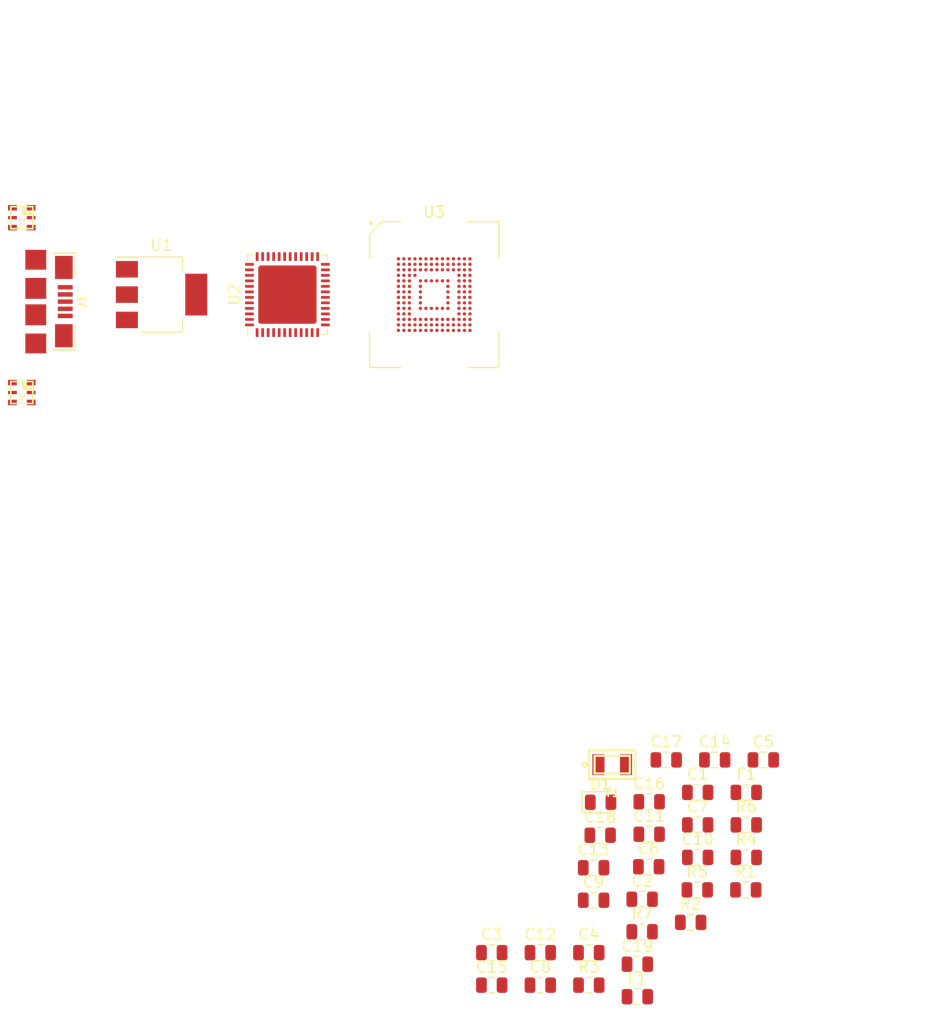
<source format=kicad_pcb>
(kicad_pcb (version 20171130) (host pcbnew 6.0.0-rc1-unknown-f9f87b3~84~ubuntu18.04.1)

  (general
    (thickness 1.6)
    (drawings 4)
    (tracks 1)
    (zones 0)
    (modules 36)
    (nets 57)
  )

  (page A4)
  (layers
    (0 F.Cu signal)
    (31 B.Cu signal)
    (32 B.Adhes user)
    (33 F.Adhes user)
    (34 B.Paste user)
    (35 F.Paste user)
    (36 B.SilkS user)
    (37 F.SilkS user)
    (38 B.Mask user)
    (39 F.Mask user)
    (40 Dwgs.User user)
    (41 Cmts.User user)
    (42 Eco1.User user)
    (43 Eco2.User user)
    (44 Edge.Cuts user)
    (45 Margin user)
    (46 B.CrtYd user)
    (47 F.CrtYd user)
    (48 B.Fab user)
    (49 F.Fab user)
  )

  (setup
    (last_trace_width 0.127)
    (user_trace_width 0.0889)
    (user_trace_width 0.127)
    (trace_clearance 0.25)
    (zone_clearance 0.508)
    (zone_45_only no)
    (trace_min 0.0889)
    (via_size 0.8)
    (via_drill 0.4)
    (via_min_size 0.6)
    (via_min_drill 0.2)
    (user_via 0.6 0.2)
    (uvia_size 0.3)
    (uvia_drill 0.1)
    (uvias_allowed no)
    (uvia_min_size 0.2)
    (uvia_min_drill 0.1)
    (edge_width 0.05)
    (segment_width 0.2)
    (pcb_text_width 0.3)
    (pcb_text_size 1.5 1.5)
    (mod_edge_width 0.12)
    (mod_text_size 1 1)
    (mod_text_width 0.15)
    (pad_size 1.524 1.524)
    (pad_drill 0.762)
    (pad_to_mask_clearance 0.05)
    (solder_mask_min_width 0.25)
    (aux_axis_origin 0 0)
    (visible_elements FFFFEF7F)
    (pcbplotparams
      (layerselection 0x010fc_ffffffff)
      (usegerberextensions false)
      (usegerberattributes false)
      (usegerberadvancedattributes false)
      (creategerberjobfile false)
      (excludeedgelayer true)
      (linewidth 0.100000)
      (plotframeref false)
      (viasonmask false)
      (mode 1)
      (useauxorigin false)
      (hpglpennumber 1)
      (hpglpenspeed 20)
      (hpglpendiameter 15.000000)
      (psnegative false)
      (psa4output false)
      (plotreference true)
      (plotvalue true)
      (plotinvisibletext false)
      (padsonsilk false)
      (subtractmaskfromsilk false)
      (outputformat 1)
      (mirror false)
      (drillshape 1)
      (scaleselection 1)
      (outputdirectory ""))
  )

  (net 0 "")
  (net 1 +3V3)
  (net 2 "Net-(C1-Pad1)")
  (net 3 "Net-(C2-Pad1)")
  (net 4 "Net-(C3-Pad1)")
  (net 5 "Net-(C6-Pad1)")
  (net 6 "Net-(C10-Pad1)")
  (net 7 "Net-(D1-Pad1)")
  (net 8 /PA20)
  (net 9 /MOSI)
  (net 10 "Net-(D2-Pad6)")
  (net 11 "Net-(D2-Pad5)")
  (net 12 +5V)
  (net 13 /SCK)
  (net 14 "Net-(D3-Pad5)")
  (net 15 "Net-(D3-Pad6)")
  (net 16 "Net-(F1-Pad2)")
  (net 17 "Net-(J1-Pad4)")
  (net 18 "Net-(J1-Pad3)")
  (net 19 "Net-(J1-Pad2)")
  (net 20 "Net-(L1-Pad1)")
  (net 21 "Net-(R3-Pad2)")
  (net 22 "Net-(R4-Pad2)")
  (net 23 "Net-(R5-Pad2)")
  (net 24 "Net-(R6-Pad2)")
  (net 25 "Net-(R7-Pad2)")
  (net 26 "Net-(U2-Pad3)")
  (net 27 "Net-(U2-Pad4)")
  (net 28 "Net-(U2-Pad7)")
  (net 29 "Net-(U2-Pad8)")
  (net 30 "Net-(U2-Pad9)")
  (net 31 "Net-(U2-Pad10)")
  (net 32 "Net-(U2-Pad11)")
  (net 33 "Net-(U2-Pad12)")
  (net 34 "Net-(U2-Pad20)")
  (net 35 "Net-(U2-Pad23)")
  (net 36 "Net-(U2-Pad24)")
  (net 37 "Net-(U2-Pad25)")
  (net 38 "Net-(U2-Pad26)")
  (net 39 "Net-(U2-Pad27)")
  (net 40 "Net-(U2-Pad28)")
  (net 41 "Net-(U2-Pad30)")
  (net 42 "Net-(U2-Pad31)")
  (net 43 "Net-(U2-Pad32)")
  (net 44 "Net-(U2-Pad37)")
  (net 45 "Net-(U2-Pad38)")
  (net 46 "Net-(U2-Pad39)")
  (net 47 "Net-(U2-Pad45)")
  (net 48 "Net-(U2-Pad46)")
  (net 49 "Net-(U2-Pad47)")
  (net 50 "Net-(U2-Pad48)")
  (net 51 "Net-(U3-PadB3)")
  (net 52 "Net-(U3-PadB4)")
  (net 53 "Net-(U3-PadB5)")
  (net 54 "Net-(U3-PadH5)")
  (net 55 "Net-(U3-PadK5)")
  (net 56 "Net-(U3-PadB6)")

  (net_class Default "This is the default net class."
    (clearance 0.25)
    (trace_width 0.25)
    (via_dia 0.8)
    (via_drill 0.4)
    (uvia_dia 0.3)
    (uvia_drill 0.1)
    (add_net +3V3)
    (add_net +5V)
    (add_net /MOSI)
    (add_net /PA20)
    (add_net /SCK)
    (add_net "Net-(C1-Pad1)")
    (add_net "Net-(C10-Pad1)")
    (add_net "Net-(C2-Pad1)")
    (add_net "Net-(C3-Pad1)")
    (add_net "Net-(C6-Pad1)")
    (add_net "Net-(D1-Pad1)")
    (add_net "Net-(D2-Pad5)")
    (add_net "Net-(D2-Pad6)")
    (add_net "Net-(D3-Pad5)")
    (add_net "Net-(D3-Pad6)")
    (add_net "Net-(F1-Pad2)")
    (add_net "Net-(J1-Pad2)")
    (add_net "Net-(J1-Pad3)")
    (add_net "Net-(J1-Pad4)")
    (add_net "Net-(L1-Pad1)")
    (add_net "Net-(R3-Pad2)")
    (add_net "Net-(R4-Pad2)")
    (add_net "Net-(R5-Pad2)")
    (add_net "Net-(R6-Pad2)")
    (add_net "Net-(R7-Pad2)")
    (add_net "Net-(U2-Pad10)")
    (add_net "Net-(U2-Pad11)")
    (add_net "Net-(U2-Pad12)")
    (add_net "Net-(U2-Pad20)")
    (add_net "Net-(U2-Pad23)")
    (add_net "Net-(U2-Pad24)")
    (add_net "Net-(U2-Pad25)")
    (add_net "Net-(U2-Pad26)")
    (add_net "Net-(U2-Pad27)")
    (add_net "Net-(U2-Pad28)")
    (add_net "Net-(U2-Pad3)")
    (add_net "Net-(U2-Pad30)")
    (add_net "Net-(U2-Pad31)")
    (add_net "Net-(U2-Pad32)")
    (add_net "Net-(U2-Pad37)")
    (add_net "Net-(U2-Pad38)")
    (add_net "Net-(U2-Pad39)")
    (add_net "Net-(U2-Pad4)")
    (add_net "Net-(U2-Pad45)")
    (add_net "Net-(U2-Pad46)")
    (add_net "Net-(U2-Pad47)")
    (add_net "Net-(U2-Pad48)")
    (add_net "Net-(U2-Pad7)")
    (add_net "Net-(U2-Pad8)")
    (add_net "Net-(U2-Pad9)")
    (add_net "Net-(U3-PadB3)")
    (add_net "Net-(U3-PadB4)")
    (add_net "Net-(U3-PadB5)")
    (add_net "Net-(U3-PadB6)")
    (add_net "Net-(U3-PadH5)")
    (add_net "Net-(U3-PadK5)")
  )

  (module Custom_BGA:FBGA-153_14x14_11.5x13.0mm (layer F.Cu) (tedit 5C437F06) (tstamp 5C4CC735)
    (at 71.12 58.42)
    (tags eMMC)
    (path /5C43BCCB)
    (attr smd)
    (fp_text reference U3 (at 0 -7.5) (layer F.SilkS)
      (effects (font (size 1 1) (thickness 0.15)))
    )
    (fp_text value IS21ES (at 0 7.5) (layer F.Fab)
      (effects (font (size 1 1) (thickness 0.15)))
    )
    (fp_line (start -4.75 -6.5) (end -5.75 -5.5) (layer F.Fab) (width 0.1))
    (fp_line (start -5.75 -5.5) (end -5.75 6.5) (layer F.Fab) (width 0.1))
    (fp_line (start -5.75 6.5) (end 5.75 6.5) (layer F.Fab) (width 0.1))
    (fp_line (start 5.75 6.5) (end 5.75 -6.5) (layer F.Fab) (width 0.1))
    (fp_line (start 5.75 -6.5) (end -4.75 -6.5) (layer F.Fab) (width 0.1))
    (fp_line (start 2.995 -6.62) (end 5.87 -6.62) (layer F.SilkS) (width 0.12))
    (fp_line (start 5.87 -6.62) (end 5.87 -3.37) (layer F.SilkS) (width 0.12))
    (fp_line (start 2.995 -6.62) (end 5.87 -6.62) (layer F.SilkS) (width 0.12))
    (fp_line (start 5.87 -6.62) (end 5.87 -3.37) (layer F.SilkS) (width 0.12))
    (fp_line (start 2.995 6.62) (end 5.87 6.62) (layer F.SilkS) (width 0.12))
    (fp_line (start 5.87 6.62) (end 5.87 3.37) (layer F.SilkS) (width 0.12))
    (fp_line (start 2.995 -6.62) (end 5.87 -6.62) (layer F.SilkS) (width 0.12))
    (fp_line (start 5.87 -6.62) (end 5.87 -3.37) (layer F.SilkS) (width 0.12))
    (fp_line (start -2.995 6.62) (end -5.87 6.62) (layer F.SilkS) (width 0.12))
    (fp_line (start -5.87 6.62) (end -5.87 3.37) (layer F.SilkS) (width 0.12))
    (fp_line (start -2.995 -6.62) (end -4.75 -6.62) (layer F.SilkS) (width 0.12))
    (fp_line (start -4.75 -6.62) (end -5.87 -5.5) (layer F.SilkS) (width 0.12))
    (fp_line (start -5.87 -5.5) (end -5.87 -3.37) (layer F.SilkS) (width 0.12))
    (fp_circle (center -5.75 -6.5) (end -5.75 -6.4) (layer F.SilkS) (width 0.2))
    (fp_line (start -6 -6.75) (end 6 -6.75) (layer F.CrtYd) (width 0.05))
    (fp_line (start 6 -6.75) (end 6 6.75) (layer F.CrtYd) (width 0.05))
    (fp_line (start 6 6.75) (end -6 6.75) (layer F.CrtYd) (width 0.05))
    (fp_line (start -6 6.75) (end -6 -6.75) (layer F.CrtYd) (width 0.05))
    (pad A1 smd circle (at -3.25 -3.25) (size 0.3 0.3) (layers F.Cu F.Paste F.Mask))
    (pad B1 smd circle (at -3.25 -2.75) (size 0.3 0.3) (layers F.Cu F.Paste F.Mask))
    (pad C1 smd circle (at -3.25 -2.25) (size 0.3 0.3) (layers F.Cu F.Paste F.Mask))
    (pad D1 smd circle (at -3.25 -1.75) (size 0.3 0.3) (layers F.Cu F.Paste F.Mask))
    (pad E1 smd circle (at -3.25 -1.25) (size 0.3 0.3) (layers F.Cu F.Paste F.Mask))
    (pad F1 smd circle (at -3.25 -0.75) (size 0.3 0.3) (layers F.Cu F.Paste F.Mask))
    (pad G1 smd circle (at -3.25 -0.25) (size 0.3 0.3) (layers F.Cu F.Paste F.Mask))
    (pad H1 smd circle (at -3.25 0.25) (size 0.3 0.3) (layers F.Cu F.Paste F.Mask))
    (pad J1 smd circle (at -3.25 0.75) (size 0.3 0.3) (layers F.Cu F.Paste F.Mask))
    (pad K1 smd circle (at -3.25 1.25) (size 0.3 0.3) (layers F.Cu F.Paste F.Mask))
    (pad L1 smd circle (at -3.25 1.75) (size 0.3 0.3) (layers F.Cu F.Paste F.Mask))
    (pad M1 smd circle (at -3.25 2.25) (size 0.3 0.3) (layers F.Cu F.Paste F.Mask))
    (pad N1 smd circle (at -3.25 2.75) (size 0.3 0.3) (layers F.Cu F.Paste F.Mask))
    (pad P1 smd circle (at -3.25 3.25) (size 0.3 0.3) (layers F.Cu F.Paste F.Mask))
    (pad A2 smd circle (at -2.75 -3.25) (size 0.3 0.3) (layers F.Cu F.Paste F.Mask))
    (pad B2 smd circle (at -2.75 -2.75) (size 0.3 0.3) (layers F.Cu F.Paste F.Mask)
      (net 25 "Net-(R7-Pad2)"))
    (pad C2 smd circle (at -2.75 -2.25) (size 0.3 0.3) (layers F.Cu F.Paste F.Mask)
      (net 6 "Net-(C10-Pad1)"))
    (pad D2 smd circle (at -2.75 -1.75) (size 0.3 0.3) (layers F.Cu F.Paste F.Mask))
    (pad E2 smd circle (at -2.75 -1.25) (size 0.3 0.3) (layers F.Cu F.Paste F.Mask))
    (pad F2 smd circle (at -2.75 -0.75) (size 0.3 0.3) (layers F.Cu F.Paste F.Mask))
    (pad G2 smd circle (at -2.75 -0.25) (size 0.3 0.3) (layers F.Cu F.Paste F.Mask))
    (pad H2 smd circle (at -2.75 0.25) (size 0.3 0.3) (layers F.Cu F.Paste F.Mask))
    (pad J2 smd circle (at -2.75 0.75) (size 0.3 0.3) (layers F.Cu F.Paste F.Mask))
    (pad K2 smd circle (at -2.75 1.25) (size 0.3 0.3) (layers F.Cu F.Paste F.Mask))
    (pad L2 smd circle (at -2.75 1.75) (size 0.3 0.3) (layers F.Cu F.Paste F.Mask))
    (pad M2 smd circle (at -2.75 2.25) (size 0.3 0.3) (layers F.Cu F.Paste F.Mask))
    (pad N2 smd circle (at -2.75 2.75) (size 0.3 0.3) (layers F.Cu F.Paste F.Mask)
      (net 1 +3V3))
    (pad P2 smd circle (at -2.75 3.25) (size 0.3 0.3) (layers F.Cu F.Paste F.Mask))
    (pad A3 smd circle (at -2.25 -3.25) (size 0.3 0.3) (layers F.Cu F.Paste F.Mask)
      (net 21 "Net-(R3-Pad2)"))
    (pad B3 smd circle (at -2.25 -2.75) (size 0.3 0.3) (layers F.Cu F.Paste F.Mask)
      (net 51 "Net-(U3-PadB3)"))
    (pad C3 smd circle (at -2.25 -2.25) (size 0.3 0.3) (layers F.Cu F.Paste F.Mask))
    (pad D3 smd circle (at -2.25 -1.75) (size 0.3 0.3) (layers F.Cu F.Paste F.Mask))
    (pad E3 smd circle (at -2.25 -1.25) (size 0.3 0.3) (layers F.Cu F.Paste F.Mask))
    (pad F3 smd circle (at -2.25 -0.75) (size 0.3 0.3) (layers F.Cu F.Paste F.Mask))
    (pad G3 smd circle (at -2.25 -0.25) (size 0.3 0.3) (layers F.Cu F.Paste F.Mask))
    (pad H3 smd circle (at -2.25 0.25) (size 0.3 0.3) (layers F.Cu F.Paste F.Mask))
    (pad J3 smd circle (at -2.25 0.75) (size 0.3 0.3) (layers F.Cu F.Paste F.Mask))
    (pad K3 smd circle (at -2.25 1.25) (size 0.3 0.3) (layers F.Cu F.Paste F.Mask))
    (pad L3 smd circle (at -2.25 1.75) (size 0.3 0.3) (layers F.Cu F.Paste F.Mask))
    (pad M3 smd circle (at -2.25 2.25) (size 0.3 0.3) (layers F.Cu F.Paste F.Mask))
    (pad N3 smd circle (at -2.25 2.75) (size 0.3 0.3) (layers F.Cu F.Paste F.Mask))
    (pad P3 smd circle (at -2.25 3.25) (size 0.3 0.3) (layers F.Cu F.Paste F.Mask)
      (net 1 +3V3))
    (pad A4 smd circle (at -1.75 -3.25) (size 0.3 0.3) (layers F.Cu F.Paste F.Mask)
      (net 22 "Net-(R4-Pad2)"))
    (pad B4 smd circle (at -1.75 -2.75) (size 0.3 0.3) (layers F.Cu F.Paste F.Mask)
      (net 52 "Net-(U3-PadB4)"))
    (pad C4 smd circle (at -1.75 -2.25) (size 0.3 0.3) (layers F.Cu F.Paste F.Mask)
      (net 1 +3V3))
    (pad D4 smd circle (at -1.75 -1.75) (size 0.3 0.3) (layers F.Cu F.Paste F.Mask))
    (pad M4 smd circle (at -1.75 2.25) (size 0.3 0.3) (layers F.Cu F.Paste F.Mask)
      (net 1 +3V3))
    (pad N4 smd circle (at -1.75 2.75) (size 0.3 0.3) (layers F.Cu F.Paste F.Mask)
      (net 1 +3V3))
    (pad P4 smd circle (at -1.75 3.25) (size 0.3 0.3) (layers F.Cu F.Paste F.Mask)
      (net 1 +3V3))
    (pad A5 smd circle (at -1.25 -3.25) (size 0.3 0.3) (layers F.Cu F.Paste F.Mask)
      (net 23 "Net-(R5-Pad2)"))
    (pad B5 smd circle (at -1.25 -2.75) (size 0.3 0.3) (layers F.Cu F.Paste F.Mask)
      (net 53 "Net-(U3-PadB5)"))
    (pad C5 smd circle (at -1.25 -2.25) (size 0.3 0.3) (layers F.Cu F.Paste F.Mask))
    (pad E5 smd circle (at -1.25 -1.25) (size 0.3 0.3) (layers F.Cu F.Paste F.Mask))
    (pad F5 smd circle (at -1.25 -0.75) (size 0.3 0.3) (layers F.Cu F.Paste F.Mask)
      (net 1 +3V3))
    (pad G5 smd circle (at -1.25 -0.25) (size 0.3 0.3) (layers F.Cu F.Paste F.Mask)
      (net 1 +3V3))
    (pad H5 smd circle (at -1.25 0.25) (size 0.3 0.3) (layers F.Cu F.Paste F.Mask)
      (net 54 "Net-(U3-PadH5)"))
    (pad J5 smd circle (at -1.25 0.75) (size 0.3 0.3) (layers F.Cu F.Paste F.Mask)
      (net 1 +3V3))
    (pad K5 smd circle (at -1.25 1.25) (size 0.3 0.3) (layers F.Cu F.Paste F.Mask)
      (net 55 "Net-(U3-PadK5)"))
    (pad M5 smd circle (at -1.25 2.25) (size 0.3 0.3) (layers F.Cu F.Paste F.Mask)
      (net 24 "Net-(R6-Pad2)"))
    (pad N5 smd circle (at -1.25 2.75) (size 0.3 0.3) (layers F.Cu F.Paste F.Mask)
      (net 1 +3V3))
    (pad P5 smd circle (at -1.25 3.25) (size 0.3 0.3) (layers F.Cu F.Paste F.Mask)
      (net 1 +3V3))
    (pad A6 smd circle (at -0.75 -3.25) (size 0.3 0.3) (layers F.Cu F.Paste F.Mask))
    (pad B6 smd circle (at -0.75 -2.75) (size 0.3 0.3) (layers F.Cu F.Paste F.Mask)
      (net 56 "Net-(U3-PadB6)"))
    (pad C6 smd circle (at -0.75 -2.25) (size 0.3 0.3) (layers F.Cu F.Paste F.Mask)
      (net 1 +3V3))
    (pad E6 smd circle (at -0.75 -1.25) (size 0.3 0.3) (layers F.Cu F.Paste F.Mask)
      (net 1 +3V3))
    (pad K6 smd circle (at -0.75 1.25) (size 0.3 0.3) (layers F.Cu F.Paste F.Mask))
    (pad M6 smd circle (at -0.75 2.25) (size 0.3 0.3) (layers F.Cu F.Paste F.Mask)
      (net 34 "Net-(U2-Pad20)"))
    (pad N6 smd circle (at -0.75 2.75) (size 0.3 0.3) (layers F.Cu F.Paste F.Mask))
    (pad P6 smd circle (at -0.75 3.25) (size 0.3 0.3) (layers F.Cu F.Paste F.Mask)
      (net 1 +3V3))
    (pad A7 smd circle (at -0.25 -3.25) (size 0.3 0.3) (layers F.Cu F.Paste F.Mask))
    (pad B7 smd circle (at -0.25 -2.75) (size 0.3 0.3) (layers F.Cu F.Paste F.Mask))
    (pad C7 smd circle (at -0.25 -2.25) (size 0.3 0.3) (layers F.Cu F.Paste F.Mask))
    (pad E7 smd circle (at -0.25 -1.25) (size 0.3 0.3) (layers F.Cu F.Paste F.Mask)
      (net 1 +3V3))
    (pad K7 smd circle (at -0.25 1.25) (size 0.3 0.3) (layers F.Cu F.Paste F.Mask))
    (pad M7 smd circle (at -0.25 2.25) (size 0.3 0.3) (layers F.Cu F.Paste F.Mask))
    (pad N7 smd circle (at -0.25 2.75) (size 0.3 0.3) (layers F.Cu F.Paste F.Mask))
    (pad P7 smd circle (at -0.25 3.25) (size 0.3 0.3) (layers F.Cu F.Paste F.Mask))
    (pad A8 smd circle (at 0.25 -3.25) (size 0.3 0.3) (layers F.Cu F.Paste F.Mask))
    (pad B8 smd circle (at 0.25 -2.75) (size 0.3 0.3) (layers F.Cu F.Paste F.Mask))
    (pad C8 smd circle (at 0.25 -2.25) (size 0.3 0.3) (layers F.Cu F.Paste F.Mask))
    (pad E8 smd circle (at 0.25 -1.25) (size 0.3 0.3) (layers F.Cu F.Paste F.Mask))
    (pad K8 smd circle (at 0.25 1.25) (size 0.3 0.3) (layers F.Cu F.Paste F.Mask)
      (net 1 +3V3))
    (pad M8 smd circle (at 0.25 2.25) (size 0.3 0.3) (layers F.Cu F.Paste F.Mask))
    (pad N8 smd circle (at 0.25 2.75) (size 0.3 0.3) (layers F.Cu F.Paste F.Mask))
    (pad P8 smd circle (at 0.25 3.25) (size 0.3 0.3) (layers F.Cu F.Paste F.Mask))
    (pad A9 smd circle (at 0.75 -3.25) (size 0.3 0.3) (layers F.Cu F.Paste F.Mask))
    (pad B9 smd circle (at 0.75 -2.75) (size 0.3 0.3) (layers F.Cu F.Paste F.Mask))
    (pad C9 smd circle (at 0.75 -2.25) (size 0.3 0.3) (layers F.Cu F.Paste F.Mask))
    (pad E9 smd circle (at 0.75 -1.25) (size 0.3 0.3) (layers F.Cu F.Paste F.Mask))
    (pad K9 smd circle (at 0.75 1.25) (size 0.3 0.3) (layers F.Cu F.Paste F.Mask)
      (net 1 +3V3))
    (pad M9 smd circle (at 0.75 2.25) (size 0.3 0.3) (layers F.Cu F.Paste F.Mask))
    (pad N9 smd circle (at 0.75 2.75) (size 0.3 0.3) (layers F.Cu F.Paste F.Mask))
    (pad P9 smd circle (at 0.75 3.25) (size 0.3 0.3) (layers F.Cu F.Paste F.Mask))
    (pad A10 smd circle (at 1.25 -3.25) (size 0.3 0.3) (layers F.Cu F.Paste F.Mask))
    (pad B10 smd circle (at 1.25 -2.75) (size 0.3 0.3) (layers F.Cu F.Paste F.Mask))
    (pad C10 smd circle (at 1.25 -2.25) (size 0.3 0.3) (layers F.Cu F.Paste F.Mask))
    (pad E10 smd circle (at 1.25 -1.25) (size 0.3 0.3) (layers F.Cu F.Paste F.Mask))
    (pad F10 smd circle (at 1.25 -0.75) (size 0.3 0.3) (layers F.Cu F.Paste F.Mask))
    (pad G10 smd circle (at 1.25 -0.25) (size 0.3 0.3) (layers F.Cu F.Paste F.Mask))
    (pad H10 smd circle (at 1.25 0.25) (size 0.3 0.3) (layers F.Cu F.Paste F.Mask)
      (net 1 +3V3))
    (pad J10 smd circle (at 1.25 0.75) (size 0.3 0.3) (layers F.Cu F.Paste F.Mask)
      (net 1 +3V3))
    (pad K10 smd circle (at 1.25 1.25) (size 0.3 0.3) (layers F.Cu F.Paste F.Mask))
    (pad M10 smd circle (at 1.25 2.25) (size 0.3 0.3) (layers F.Cu F.Paste F.Mask))
    (pad N10 smd circle (at 1.25 2.75) (size 0.3 0.3) (layers F.Cu F.Paste F.Mask))
    (pad P10 smd circle (at 1.25 3.25) (size 0.3 0.3) (layers F.Cu F.Paste F.Mask))
    (pad A11 smd circle (at 1.75 -3.25) (size 0.3 0.3) (layers F.Cu F.Paste F.Mask))
    (pad B11 smd circle (at 1.75 -2.75) (size 0.3 0.3) (layers F.Cu F.Paste F.Mask))
    (pad C11 smd circle (at 1.75 -2.25) (size 0.3 0.3) (layers F.Cu F.Paste F.Mask))
    (pad M11 smd circle (at 1.75 2.25) (size 0.3 0.3) (layers F.Cu F.Paste F.Mask))
    (pad N11 smd circle (at 1.75 2.75) (size 0.3 0.3) (layers F.Cu F.Paste F.Mask))
    (pad P11 smd circle (at 1.75 3.25) (size 0.3 0.3) (layers F.Cu F.Paste F.Mask))
    (pad A12 smd circle (at 2.25 -3.25) (size 0.3 0.3) (layers F.Cu F.Paste F.Mask))
    (pad B12 smd circle (at 2.25 -2.75) (size 0.3 0.3) (layers F.Cu F.Paste F.Mask))
    (pad C12 smd circle (at 2.25 -2.25) (size 0.3 0.3) (layers F.Cu F.Paste F.Mask))
    (pad D12 smd circle (at 2.25 -1.75) (size 0.3 0.3) (layers F.Cu F.Paste F.Mask))
    (pad E12 smd circle (at 2.25 -1.25) (size 0.3 0.3) (layers F.Cu F.Paste F.Mask))
    (pad F12 smd circle (at 2.25 -0.75) (size 0.3 0.3) (layers F.Cu F.Paste F.Mask))
    (pad G12 smd circle (at 2.25 -0.25) (size 0.3 0.3) (layers F.Cu F.Paste F.Mask))
    (pad H12 smd circle (at 2.25 0.25) (size 0.3 0.3) (layers F.Cu F.Paste F.Mask))
    (pad J12 smd circle (at 2.25 0.75) (size 0.3 0.3) (layers F.Cu F.Paste F.Mask))
    (pad K12 smd circle (at 2.25 1.25) (size 0.3 0.3) (layers F.Cu F.Paste F.Mask))
    (pad L12 smd circle (at 2.25 1.75) (size 0.3 0.3) (layers F.Cu F.Paste F.Mask))
    (pad M12 smd circle (at 2.25 2.25) (size 0.3 0.3) (layers F.Cu F.Paste F.Mask))
    (pad N12 smd circle (at 2.25 2.75) (size 0.3 0.3) (layers F.Cu F.Paste F.Mask))
    (pad P12 smd circle (at 2.25 3.25) (size 0.3 0.3) (layers F.Cu F.Paste F.Mask))
    (pad A13 smd circle (at 2.75 -3.25) (size 0.3 0.3) (layers F.Cu F.Paste F.Mask))
    (pad B13 smd circle (at 2.75 -2.75) (size 0.3 0.3) (layers F.Cu F.Paste F.Mask))
    (pad C13 smd circle (at 2.75 -2.25) (size 0.3 0.3) (layers F.Cu F.Paste F.Mask))
    (pad D13 smd circle (at 2.75 -1.75) (size 0.3 0.3) (layers F.Cu F.Paste F.Mask))
    (pad E13 smd circle (at 2.75 -1.25) (size 0.3 0.3) (layers F.Cu F.Paste F.Mask))
    (pad F13 smd circle (at 2.75 -0.75) (size 0.3 0.3) (layers F.Cu F.Paste F.Mask))
    (pad G13 smd circle (at 2.75 -0.25) (size 0.3 0.3) (layers F.Cu F.Paste F.Mask))
    (pad H13 smd circle (at 2.75 0.25) (size 0.3 0.3) (layers F.Cu F.Paste F.Mask))
    (pad J13 smd circle (at 2.75 0.75) (size 0.3 0.3) (layers F.Cu F.Paste F.Mask))
    (pad K13 smd circle (at 2.75 1.25) (size 0.3 0.3) (layers F.Cu F.Paste F.Mask))
    (pad L13 smd circle (at 2.75 1.75) (size 0.3 0.3) (layers F.Cu F.Paste F.Mask))
    (pad M13 smd circle (at 2.75 2.25) (size 0.3 0.3) (layers F.Cu F.Paste F.Mask))
    (pad N13 smd circle (at 2.75 2.75) (size 0.3 0.3) (layers F.Cu F.Paste F.Mask))
    (pad P13 smd circle (at 2.75 3.25) (size 0.3 0.3) (layers F.Cu F.Paste F.Mask))
    (pad A14 smd circle (at 3.25 -3.25) (size 0.3 0.3) (layers F.Cu F.Paste F.Mask))
    (pad B14 smd circle (at 3.25 -2.75) (size 0.3 0.3) (layers F.Cu F.Paste F.Mask))
    (pad C14 smd circle (at 3.25 -2.25) (size 0.3 0.3) (layers F.Cu F.Paste F.Mask))
    (pad D14 smd circle (at 3.25 -1.75) (size 0.3 0.3) (layers F.Cu F.Paste F.Mask))
    (pad E14 smd circle (at 3.25 -1.25) (size 0.3 0.3) (layers F.Cu F.Paste F.Mask))
    (pad F14 smd circle (at 3.25 -0.75) (size 0.3 0.3) (layers F.Cu F.Paste F.Mask))
    (pad G14 smd circle (at 3.25 -0.25) (size 0.3 0.3) (layers F.Cu F.Paste F.Mask))
    (pad H14 smd circle (at 3.25 0.25) (size 0.3 0.3) (layers F.Cu F.Paste F.Mask))
    (pad J14 smd circle (at 3.25 0.75) (size 0.3 0.3) (layers F.Cu F.Paste F.Mask))
    (pad K14 smd circle (at 3.25 1.25) (size 0.3 0.3) (layers F.Cu F.Paste F.Mask))
    (pad L14 smd circle (at 3.25 1.75) (size 0.3 0.3) (layers F.Cu F.Paste F.Mask))
    (pad M14 smd circle (at 3.25 2.25) (size 0.3 0.3) (layers F.Cu F.Paste F.Mask))
    (pad N14 smd circle (at 3.25 2.75) (size 0.3 0.3) (layers F.Cu F.Paste F.Mask))
    (pad P14 smd circle (at 3.25 3.25) (size 0.3 0.3) (layers F.Cu F.Paste F.Mask))
  )

  (module Capacitor_SMD:C_0805_2012Metric (layer F.Cu) (tedit 5B36C52B) (tstamp 5C4CC3E5)
    (at 95.060001 103.620001)
    (descr "Capacitor SMD 0805 (2012 Metric), square (rectangular) end terminal, IPC_7351 nominal, (Body size source: https://docs.google.com/spreadsheets/d/1BsfQQcO9C6DZCsRaXUlFlo91Tg2WpOkGARC1WS5S8t0/edit?usp=sharing), generated with kicad-footprint-generator")
    (tags capacitor)
    (path /5C4CE74A)
    (attr smd)
    (fp_text reference C1 (at 0 -1.65) (layer F.SilkS)
      (effects (font (size 1 1) (thickness 0.15)))
    )
    (fp_text value 22p (at 0 1.65) (layer F.Fab)
      (effects (font (size 1 1) (thickness 0.15)))
    )
    (fp_text user %R (at 0 0) (layer F.Fab)
      (effects (font (size 0.5 0.5) (thickness 0.08)))
    )
    (fp_line (start 1.68 0.95) (end -1.68 0.95) (layer F.CrtYd) (width 0.05))
    (fp_line (start 1.68 -0.95) (end 1.68 0.95) (layer F.CrtYd) (width 0.05))
    (fp_line (start -1.68 -0.95) (end 1.68 -0.95) (layer F.CrtYd) (width 0.05))
    (fp_line (start -1.68 0.95) (end -1.68 -0.95) (layer F.CrtYd) (width 0.05))
    (fp_line (start -0.258578 0.71) (end 0.258578 0.71) (layer F.SilkS) (width 0.12))
    (fp_line (start -0.258578 -0.71) (end 0.258578 -0.71) (layer F.SilkS) (width 0.12))
    (fp_line (start 1 0.6) (end -1 0.6) (layer F.Fab) (width 0.1))
    (fp_line (start 1 -0.6) (end 1 0.6) (layer F.Fab) (width 0.1))
    (fp_line (start -1 -0.6) (end 1 -0.6) (layer F.Fab) (width 0.1))
    (fp_line (start -1 0.6) (end -1 -0.6) (layer F.Fab) (width 0.1))
    (pad 2 smd roundrect (at 0.9375 0) (size 0.975 1.4) (layers F.Cu F.Paste F.Mask) (roundrect_rratio 0.25)
      (net 1 +3V3))
    (pad 1 smd roundrect (at -0.9375 0) (size 0.975 1.4) (layers F.Cu F.Paste F.Mask) (roundrect_rratio 0.25)
      (net 2 "Net-(C1-Pad1)"))
    (model ${KISYS3DMOD}/Capacitor_SMD.3dshapes/C_0805_2012Metric.wrl
      (at (xyz 0 0 0))
      (scale (xyz 1 1 1))
      (rotate (xyz 0 0 0))
    )
  )

  (module Capacitor_SMD:C_0805_2012Metric (layer F.Cu) (tedit 5B36C52B) (tstamp 5C4CC3F6)
    (at 90.010001 113.320001)
    (descr "Capacitor SMD 0805 (2012 Metric), square (rectangular) end terminal, IPC_7351 nominal, (Body size source: https://docs.google.com/spreadsheets/d/1BsfQQcO9C6DZCsRaXUlFlo91Tg2WpOkGARC1WS5S8t0/edit?usp=sharing), generated with kicad-footprint-generator")
    (tags capacitor)
    (path /5C4CF009)
    (attr smd)
    (fp_text reference C2 (at 0 -1.65) (layer F.SilkS)
      (effects (font (size 1 1) (thickness 0.15)))
    )
    (fp_text value 22p (at 0 1.65) (layer F.Fab)
      (effects (font (size 1 1) (thickness 0.15)))
    )
    (fp_line (start -1 0.6) (end -1 -0.6) (layer F.Fab) (width 0.1))
    (fp_line (start -1 -0.6) (end 1 -0.6) (layer F.Fab) (width 0.1))
    (fp_line (start 1 -0.6) (end 1 0.6) (layer F.Fab) (width 0.1))
    (fp_line (start 1 0.6) (end -1 0.6) (layer F.Fab) (width 0.1))
    (fp_line (start -0.258578 -0.71) (end 0.258578 -0.71) (layer F.SilkS) (width 0.12))
    (fp_line (start -0.258578 0.71) (end 0.258578 0.71) (layer F.SilkS) (width 0.12))
    (fp_line (start -1.68 0.95) (end -1.68 -0.95) (layer F.CrtYd) (width 0.05))
    (fp_line (start -1.68 -0.95) (end 1.68 -0.95) (layer F.CrtYd) (width 0.05))
    (fp_line (start 1.68 -0.95) (end 1.68 0.95) (layer F.CrtYd) (width 0.05))
    (fp_line (start 1.68 0.95) (end -1.68 0.95) (layer F.CrtYd) (width 0.05))
    (fp_text user %R (at 0 0) (layer F.Fab)
      (effects (font (size 0.5 0.5) (thickness 0.08)))
    )
    (pad 1 smd roundrect (at -0.9375 0) (size 0.975 1.4) (layers F.Cu F.Paste F.Mask) (roundrect_rratio 0.25)
      (net 3 "Net-(C2-Pad1)"))
    (pad 2 smd roundrect (at 0.9375 0) (size 0.975 1.4) (layers F.Cu F.Paste F.Mask) (roundrect_rratio 0.25)
      (net 1 +3V3))
    (model ${KISYS3DMOD}/Capacitor_SMD.3dshapes/C_0805_2012Metric.wrl
      (at (xyz 0 0 0))
      (scale (xyz 1 1 1))
      (rotate (xyz 0 0 0))
    )
  )

  (module Capacitor_SMD:C_0805_2012Metric (layer F.Cu) (tedit 5B36C52B) (tstamp 5C4CC407)
    (at 76.350001 118.170001)
    (descr "Capacitor SMD 0805 (2012 Metric), square (rectangular) end terminal, IPC_7351 nominal, (Body size source: https://docs.google.com/spreadsheets/d/1BsfQQcO9C6DZCsRaXUlFlo91Tg2WpOkGARC1WS5S8t0/edit?usp=sharing), generated with kicad-footprint-generator")
    (tags capacitor)
    (path /5C505A11)
    (attr smd)
    (fp_text reference C3 (at 0 -1.65) (layer F.SilkS)
      (effects (font (size 1 1) (thickness 0.15)))
    )
    (fp_text value 0.1u (at 0 1.65) (layer F.Fab)
      (effects (font (size 1 1) (thickness 0.15)))
    )
    (fp_line (start -1 0.6) (end -1 -0.6) (layer F.Fab) (width 0.1))
    (fp_line (start -1 -0.6) (end 1 -0.6) (layer F.Fab) (width 0.1))
    (fp_line (start 1 -0.6) (end 1 0.6) (layer F.Fab) (width 0.1))
    (fp_line (start 1 0.6) (end -1 0.6) (layer F.Fab) (width 0.1))
    (fp_line (start -0.258578 -0.71) (end 0.258578 -0.71) (layer F.SilkS) (width 0.12))
    (fp_line (start -0.258578 0.71) (end 0.258578 0.71) (layer F.SilkS) (width 0.12))
    (fp_line (start -1.68 0.95) (end -1.68 -0.95) (layer F.CrtYd) (width 0.05))
    (fp_line (start -1.68 -0.95) (end 1.68 -0.95) (layer F.CrtYd) (width 0.05))
    (fp_line (start 1.68 -0.95) (end 1.68 0.95) (layer F.CrtYd) (width 0.05))
    (fp_line (start 1.68 0.95) (end -1.68 0.95) (layer F.CrtYd) (width 0.05))
    (fp_text user %R (at 0 0) (layer F.Fab)
      (effects (font (size 0.5 0.5) (thickness 0.08)))
    )
    (pad 1 smd roundrect (at -0.9375 0) (size 0.975 1.4) (layers F.Cu F.Paste F.Mask) (roundrect_rratio 0.25)
      (net 4 "Net-(C3-Pad1)"))
    (pad 2 smd roundrect (at 0.9375 0) (size 0.975 1.4) (layers F.Cu F.Paste F.Mask) (roundrect_rratio 0.25)
      (net 1 +3V3))
    (model ${KISYS3DMOD}/Capacitor_SMD.3dshapes/C_0805_2012Metric.wrl
      (at (xyz 0 0 0))
      (scale (xyz 1 1 1))
      (rotate (xyz 0 0 0))
    )
  )

  (module Capacitor_SMD:C_0805_2012Metric (layer F.Cu) (tedit 5B36C52B) (tstamp 5C4CC418)
    (at 85.170001 118.170001)
    (descr "Capacitor SMD 0805 (2012 Metric), square (rectangular) end terminal, IPC_7351 nominal, (Body size source: https://docs.google.com/spreadsheets/d/1BsfQQcO9C6DZCsRaXUlFlo91Tg2WpOkGARC1WS5S8t0/edit?usp=sharing), generated with kicad-footprint-generator")
    (tags capacitor)
    (path /5C46116C)
    (attr smd)
    (fp_text reference C4 (at 0 -1.65) (layer F.SilkS)
      (effects (font (size 1 1) (thickness 0.15)))
    )
    (fp_text value 10u (at 0 1.65) (layer F.Fab)
      (effects (font (size 1 1) (thickness 0.15)))
    )
    (fp_text user %R (at 0 0) (layer F.Fab)
      (effects (font (size 0.5 0.5) (thickness 0.08)))
    )
    (fp_line (start 1.68 0.95) (end -1.68 0.95) (layer F.CrtYd) (width 0.05))
    (fp_line (start 1.68 -0.95) (end 1.68 0.95) (layer F.CrtYd) (width 0.05))
    (fp_line (start -1.68 -0.95) (end 1.68 -0.95) (layer F.CrtYd) (width 0.05))
    (fp_line (start -1.68 0.95) (end -1.68 -0.95) (layer F.CrtYd) (width 0.05))
    (fp_line (start -0.258578 0.71) (end 0.258578 0.71) (layer F.SilkS) (width 0.12))
    (fp_line (start -0.258578 -0.71) (end 0.258578 -0.71) (layer F.SilkS) (width 0.12))
    (fp_line (start 1 0.6) (end -1 0.6) (layer F.Fab) (width 0.1))
    (fp_line (start 1 -0.6) (end 1 0.6) (layer F.Fab) (width 0.1))
    (fp_line (start -1 -0.6) (end 1 -0.6) (layer F.Fab) (width 0.1))
    (fp_line (start -1 0.6) (end -1 -0.6) (layer F.Fab) (width 0.1))
    (pad 2 smd roundrect (at 0.9375 0) (size 0.975 1.4) (layers F.Cu F.Paste F.Mask) (roundrect_rratio 0.25)
      (net 1 +3V3))
    (pad 1 smd roundrect (at -0.9375 0) (size 0.975 1.4) (layers F.Cu F.Paste F.Mask) (roundrect_rratio 0.25)
      (net 1 +3V3))
    (model ${KISYS3DMOD}/Capacitor_SMD.3dshapes/C_0805_2012Metric.wrl
      (at (xyz 0 0 0))
      (scale (xyz 1 1 1))
      (rotate (xyz 0 0 0))
    )
  )

  (module Capacitor_SMD:C_0805_2012Metric (layer F.Cu) (tedit 5B36C52B) (tstamp 5C4CC429)
    (at 101.020001 100.670001)
    (descr "Capacitor SMD 0805 (2012 Metric), square (rectangular) end terminal, IPC_7351 nominal, (Body size source: https://docs.google.com/spreadsheets/d/1BsfQQcO9C6DZCsRaXUlFlo91Tg2WpOkGARC1WS5S8t0/edit?usp=sharing), generated with kicad-footprint-generator")
    (tags capacitor)
    (path /5C463E98)
    (attr smd)
    (fp_text reference C5 (at 0 -1.65) (layer F.SilkS)
      (effects (font (size 1 1) (thickness 0.15)))
    )
    (fp_text value 10u (at 0 1.65) (layer F.Fab)
      (effects (font (size 1 1) (thickness 0.15)))
    )
    (fp_text user %R (at 0 0) (layer F.Fab)
      (effects (font (size 0.5 0.5) (thickness 0.08)))
    )
    (fp_line (start 1.68 0.95) (end -1.68 0.95) (layer F.CrtYd) (width 0.05))
    (fp_line (start 1.68 -0.95) (end 1.68 0.95) (layer F.CrtYd) (width 0.05))
    (fp_line (start -1.68 -0.95) (end 1.68 -0.95) (layer F.CrtYd) (width 0.05))
    (fp_line (start -1.68 0.95) (end -1.68 -0.95) (layer F.CrtYd) (width 0.05))
    (fp_line (start -0.258578 0.71) (end 0.258578 0.71) (layer F.SilkS) (width 0.12))
    (fp_line (start -0.258578 -0.71) (end 0.258578 -0.71) (layer F.SilkS) (width 0.12))
    (fp_line (start 1 0.6) (end -1 0.6) (layer F.Fab) (width 0.1))
    (fp_line (start 1 -0.6) (end 1 0.6) (layer F.Fab) (width 0.1))
    (fp_line (start -1 -0.6) (end 1 -0.6) (layer F.Fab) (width 0.1))
    (fp_line (start -1 0.6) (end -1 -0.6) (layer F.Fab) (width 0.1))
    (pad 2 smd roundrect (at 0.9375 0) (size 0.975 1.4) (layers F.Cu F.Paste F.Mask) (roundrect_rratio 0.25)
      (net 1 +3V3))
    (pad 1 smd roundrect (at -0.9375 0) (size 0.975 1.4) (layers F.Cu F.Paste F.Mask) (roundrect_rratio 0.25)
      (net 1 +3V3))
    (model ${KISYS3DMOD}/Capacitor_SMD.3dshapes/C_0805_2012Metric.wrl
      (at (xyz 0 0 0))
      (scale (xyz 1 1 1))
      (rotate (xyz 0 0 0))
    )
  )

  (module Capacitor_SMD:C_0805_2012Metric (layer F.Cu) (tedit 5B36C52B) (tstamp 5C4CC43A)
    (at 90.610001 110.370001)
    (descr "Capacitor SMD 0805 (2012 Metric), square (rectangular) end terminal, IPC_7351 nominal, (Body size source: https://docs.google.com/spreadsheets/d/1BsfQQcO9C6DZCsRaXUlFlo91Tg2WpOkGARC1WS5S8t0/edit?usp=sharing), generated with kicad-footprint-generator")
    (tags capacitor)
    (path /5C48D06A)
    (attr smd)
    (fp_text reference C6 (at 0 -1.65) (layer F.SilkS)
      (effects (font (size 1 1) (thickness 0.15)))
    )
    (fp_text value 4.7u (at 0 1.65) (layer F.Fab)
      (effects (font (size 1 1) (thickness 0.15)))
    )
    (fp_text user %R (at 0 0) (layer F.Fab)
      (effects (font (size 0.5 0.5) (thickness 0.08)))
    )
    (fp_line (start 1.68 0.95) (end -1.68 0.95) (layer F.CrtYd) (width 0.05))
    (fp_line (start 1.68 -0.95) (end 1.68 0.95) (layer F.CrtYd) (width 0.05))
    (fp_line (start -1.68 -0.95) (end 1.68 -0.95) (layer F.CrtYd) (width 0.05))
    (fp_line (start -1.68 0.95) (end -1.68 -0.95) (layer F.CrtYd) (width 0.05))
    (fp_line (start -0.258578 0.71) (end 0.258578 0.71) (layer F.SilkS) (width 0.12))
    (fp_line (start -0.258578 -0.71) (end 0.258578 -0.71) (layer F.SilkS) (width 0.12))
    (fp_line (start 1 0.6) (end -1 0.6) (layer F.Fab) (width 0.1))
    (fp_line (start 1 -0.6) (end 1 0.6) (layer F.Fab) (width 0.1))
    (fp_line (start -1 -0.6) (end 1 -0.6) (layer F.Fab) (width 0.1))
    (fp_line (start -1 0.6) (end -1 -0.6) (layer F.Fab) (width 0.1))
    (pad 2 smd roundrect (at 0.9375 0) (size 0.975 1.4) (layers F.Cu F.Paste F.Mask) (roundrect_rratio 0.25)
      (net 1 +3V3))
    (pad 1 smd roundrect (at -0.9375 0) (size 0.975 1.4) (layers F.Cu F.Paste F.Mask) (roundrect_rratio 0.25)
      (net 5 "Net-(C6-Pad1)"))
    (model ${KISYS3DMOD}/Capacitor_SMD.3dshapes/C_0805_2012Metric.wrl
      (at (xyz 0 0 0))
      (scale (xyz 1 1 1))
      (rotate (xyz 0 0 0))
    )
  )

  (module Capacitor_SMD:C_0805_2012Metric (layer F.Cu) (tedit 5B36C52B) (tstamp 5C4CC44B)
    (at 95.060001 106.570001)
    (descr "Capacitor SMD 0805 (2012 Metric), square (rectangular) end terminal, IPC_7351 nominal, (Body size source: https://docs.google.com/spreadsheets/d/1BsfQQcO9C6DZCsRaXUlFlo91Tg2WpOkGARC1WS5S8t0/edit?usp=sharing), generated with kicad-footprint-generator")
    (tags capacitor)
    (path /5C46712E)
    (attr smd)
    (fp_text reference C7 (at 0 -1.65) (layer F.SilkS)
      (effects (font (size 1 1) (thickness 0.15)))
    )
    (fp_text value 10u (at 0 1.65) (layer F.Fab)
      (effects (font (size 1 1) (thickness 0.15)))
    )
    (fp_line (start -1 0.6) (end -1 -0.6) (layer F.Fab) (width 0.1))
    (fp_line (start -1 -0.6) (end 1 -0.6) (layer F.Fab) (width 0.1))
    (fp_line (start 1 -0.6) (end 1 0.6) (layer F.Fab) (width 0.1))
    (fp_line (start 1 0.6) (end -1 0.6) (layer F.Fab) (width 0.1))
    (fp_line (start -0.258578 -0.71) (end 0.258578 -0.71) (layer F.SilkS) (width 0.12))
    (fp_line (start -0.258578 0.71) (end 0.258578 0.71) (layer F.SilkS) (width 0.12))
    (fp_line (start -1.68 0.95) (end -1.68 -0.95) (layer F.CrtYd) (width 0.05))
    (fp_line (start -1.68 -0.95) (end 1.68 -0.95) (layer F.CrtYd) (width 0.05))
    (fp_line (start 1.68 -0.95) (end 1.68 0.95) (layer F.CrtYd) (width 0.05))
    (fp_line (start 1.68 0.95) (end -1.68 0.95) (layer F.CrtYd) (width 0.05))
    (fp_text user %R (at 0 0) (layer F.Fab)
      (effects (font (size 0.5 0.5) (thickness 0.08)))
    )
    (pad 1 smd roundrect (at -0.9375 0) (size 0.975 1.4) (layers F.Cu F.Paste F.Mask) (roundrect_rratio 0.25)
      (net 1 +3V3))
    (pad 2 smd roundrect (at 0.9375 0) (size 0.975 1.4) (layers F.Cu F.Paste F.Mask) (roundrect_rratio 0.25)
      (net 1 +3V3))
    (model ${KISYS3DMOD}/Capacitor_SMD.3dshapes/C_0805_2012Metric.wrl
      (at (xyz 0 0 0))
      (scale (xyz 1 1 1))
      (rotate (xyz 0 0 0))
    )
  )

  (module Capacitor_SMD:C_0805_2012Metric (layer F.Cu) (tedit 5B36C52B) (tstamp 5C4CC45C)
    (at 80.760001 121.120001)
    (descr "Capacitor SMD 0805 (2012 Metric), square (rectangular) end terminal, IPC_7351 nominal, (Body size source: https://docs.google.com/spreadsheets/d/1BsfQQcO9C6DZCsRaXUlFlo91Tg2WpOkGARC1WS5S8t0/edit?usp=sharing), generated with kicad-footprint-generator")
    (tags capacitor)
    (path /5C48CB00)
    (attr smd)
    (fp_text reference C8 (at 0 -1.65) (layer F.SilkS)
      (effects (font (size 1 1) (thickness 0.15)))
    )
    (fp_text value 0.1u (at 0 1.65) (layer F.Fab)
      (effects (font (size 1 1) (thickness 0.15)))
    )
    (fp_line (start -1 0.6) (end -1 -0.6) (layer F.Fab) (width 0.1))
    (fp_line (start -1 -0.6) (end 1 -0.6) (layer F.Fab) (width 0.1))
    (fp_line (start 1 -0.6) (end 1 0.6) (layer F.Fab) (width 0.1))
    (fp_line (start 1 0.6) (end -1 0.6) (layer F.Fab) (width 0.1))
    (fp_line (start -0.258578 -0.71) (end 0.258578 -0.71) (layer F.SilkS) (width 0.12))
    (fp_line (start -0.258578 0.71) (end 0.258578 0.71) (layer F.SilkS) (width 0.12))
    (fp_line (start -1.68 0.95) (end -1.68 -0.95) (layer F.CrtYd) (width 0.05))
    (fp_line (start -1.68 -0.95) (end 1.68 -0.95) (layer F.CrtYd) (width 0.05))
    (fp_line (start 1.68 -0.95) (end 1.68 0.95) (layer F.CrtYd) (width 0.05))
    (fp_line (start 1.68 0.95) (end -1.68 0.95) (layer F.CrtYd) (width 0.05))
    (fp_text user %R (at 0 0) (layer F.Fab)
      (effects (font (size 0.5 0.5) (thickness 0.08)))
    )
    (pad 1 smd roundrect (at -0.9375 0) (size 0.975 1.4) (layers F.Cu F.Paste F.Mask) (roundrect_rratio 0.25)
      (net 5 "Net-(C6-Pad1)"))
    (pad 2 smd roundrect (at 0.9375 0) (size 0.975 1.4) (layers F.Cu F.Paste F.Mask) (roundrect_rratio 0.25)
      (net 1 +3V3))
    (model ${KISYS3DMOD}/Capacitor_SMD.3dshapes/C_0805_2012Metric.wrl
      (at (xyz 0 0 0))
      (scale (xyz 1 1 1))
      (rotate (xyz 0 0 0))
    )
  )

  (module Capacitor_SMD:C_0805_2012Metric (layer F.Cu) (tedit 5B36C52B) (tstamp 5C4CC46D)
    (at 85.600001 113.410001)
    (descr "Capacitor SMD 0805 (2012 Metric), square (rectangular) end terminal, IPC_7351 nominal, (Body size source: https://docs.google.com/spreadsheets/d/1BsfQQcO9C6DZCsRaXUlFlo91Tg2WpOkGARC1WS5S8t0/edit?usp=sharing), generated with kicad-footprint-generator")
    (tags capacitor)
    (path /5C467B14)
    (attr smd)
    (fp_text reference C9 (at 0 -1.65) (layer F.SilkS)
      (effects (font (size 1 1) (thickness 0.15)))
    )
    (fp_text value 10u (at 0 1.65) (layer F.Fab)
      (effects (font (size 1 1) (thickness 0.15)))
    )
    (fp_line (start -1 0.6) (end -1 -0.6) (layer F.Fab) (width 0.1))
    (fp_line (start -1 -0.6) (end 1 -0.6) (layer F.Fab) (width 0.1))
    (fp_line (start 1 -0.6) (end 1 0.6) (layer F.Fab) (width 0.1))
    (fp_line (start 1 0.6) (end -1 0.6) (layer F.Fab) (width 0.1))
    (fp_line (start -0.258578 -0.71) (end 0.258578 -0.71) (layer F.SilkS) (width 0.12))
    (fp_line (start -0.258578 0.71) (end 0.258578 0.71) (layer F.SilkS) (width 0.12))
    (fp_line (start -1.68 0.95) (end -1.68 -0.95) (layer F.CrtYd) (width 0.05))
    (fp_line (start -1.68 -0.95) (end 1.68 -0.95) (layer F.CrtYd) (width 0.05))
    (fp_line (start 1.68 -0.95) (end 1.68 0.95) (layer F.CrtYd) (width 0.05))
    (fp_line (start 1.68 0.95) (end -1.68 0.95) (layer F.CrtYd) (width 0.05))
    (fp_text user %R (at 0 0) (layer F.Fab)
      (effects (font (size 0.5 0.5) (thickness 0.08)))
    )
    (pad 1 smd roundrect (at -0.9375 0) (size 0.975 1.4) (layers F.Cu F.Paste F.Mask) (roundrect_rratio 0.25)
      (net 1 +3V3))
    (pad 2 smd roundrect (at 0.9375 0) (size 0.975 1.4) (layers F.Cu F.Paste F.Mask) (roundrect_rratio 0.25)
      (net 1 +3V3))
    (model ${KISYS3DMOD}/Capacitor_SMD.3dshapes/C_0805_2012Metric.wrl
      (at (xyz 0 0 0))
      (scale (xyz 1 1 1))
      (rotate (xyz 0 0 0))
    )
  )

  (module Capacitor_SMD:C_0805_2012Metric (layer F.Cu) (tedit 5B36C52B) (tstamp 5C4CC47E)
    (at 95.060001 109.520001)
    (descr "Capacitor SMD 0805 (2012 Metric), square (rectangular) end terminal, IPC_7351 nominal, (Body size source: https://docs.google.com/spreadsheets/d/1BsfQQcO9C6DZCsRaXUlFlo91Tg2WpOkGARC1WS5S8t0/edit?usp=sharing), generated with kicad-footprint-generator")
    (tags capacitor)
    (path /5C464CC6)
    (attr smd)
    (fp_text reference C10 (at 0 -1.65) (layer F.SilkS)
      (effects (font (size 1 1) (thickness 0.15)))
    )
    (fp_text value 3u (at 0 1.65) (layer F.Fab)
      (effects (font (size 1 1) (thickness 0.15)))
    )
    (fp_text user %R (at 0 0) (layer F.Fab)
      (effects (font (size 0.5 0.5) (thickness 0.08)))
    )
    (fp_line (start 1.68 0.95) (end -1.68 0.95) (layer F.CrtYd) (width 0.05))
    (fp_line (start 1.68 -0.95) (end 1.68 0.95) (layer F.CrtYd) (width 0.05))
    (fp_line (start -1.68 -0.95) (end 1.68 -0.95) (layer F.CrtYd) (width 0.05))
    (fp_line (start -1.68 0.95) (end -1.68 -0.95) (layer F.CrtYd) (width 0.05))
    (fp_line (start -0.258578 0.71) (end 0.258578 0.71) (layer F.SilkS) (width 0.12))
    (fp_line (start -0.258578 -0.71) (end 0.258578 -0.71) (layer F.SilkS) (width 0.12))
    (fp_line (start 1 0.6) (end -1 0.6) (layer F.Fab) (width 0.1))
    (fp_line (start 1 -0.6) (end 1 0.6) (layer F.Fab) (width 0.1))
    (fp_line (start -1 -0.6) (end 1 -0.6) (layer F.Fab) (width 0.1))
    (fp_line (start -1 0.6) (end -1 -0.6) (layer F.Fab) (width 0.1))
    (pad 2 smd roundrect (at 0.9375 0) (size 0.975 1.4) (layers F.Cu F.Paste F.Mask) (roundrect_rratio 0.25)
      (net 1 +3V3))
    (pad 1 smd roundrect (at -0.9375 0) (size 0.975 1.4) (layers F.Cu F.Paste F.Mask) (roundrect_rratio 0.25)
      (net 6 "Net-(C10-Pad1)"))
    (model ${KISYS3DMOD}/Capacitor_SMD.3dshapes/C_0805_2012Metric.wrl
      (at (xyz 0 0 0))
      (scale (xyz 1 1 1))
      (rotate (xyz 0 0 0))
    )
  )

  (module Capacitor_SMD:C_0805_2012Metric (layer F.Cu) (tedit 5B36C52B) (tstamp 5C4CC48F)
    (at 90.650001 107.420001)
    (descr "Capacitor SMD 0805 (2012 Metric), square (rectangular) end terminal, IPC_7351 nominal, (Body size source: https://docs.google.com/spreadsheets/d/1BsfQQcO9C6DZCsRaXUlFlo91Tg2WpOkGARC1WS5S8t0/edit?usp=sharing), generated with kicad-footprint-generator")
    (tags capacitor)
    (path /5C4CFA43)
    (attr smd)
    (fp_text reference C11 (at 0 -1.65) (layer F.SilkS)
      (effects (font (size 1 1) (thickness 0.15)))
    )
    (fp_text value 3u (at 0 1.65) (layer F.Fab)
      (effects (font (size 1 1) (thickness 0.15)))
    )
    (fp_line (start -1 0.6) (end -1 -0.6) (layer F.Fab) (width 0.1))
    (fp_line (start -1 -0.6) (end 1 -0.6) (layer F.Fab) (width 0.1))
    (fp_line (start 1 -0.6) (end 1 0.6) (layer F.Fab) (width 0.1))
    (fp_line (start 1 0.6) (end -1 0.6) (layer F.Fab) (width 0.1))
    (fp_line (start -0.258578 -0.71) (end 0.258578 -0.71) (layer F.SilkS) (width 0.12))
    (fp_line (start -0.258578 0.71) (end 0.258578 0.71) (layer F.SilkS) (width 0.12))
    (fp_line (start -1.68 0.95) (end -1.68 -0.95) (layer F.CrtYd) (width 0.05))
    (fp_line (start -1.68 -0.95) (end 1.68 -0.95) (layer F.CrtYd) (width 0.05))
    (fp_line (start 1.68 -0.95) (end 1.68 0.95) (layer F.CrtYd) (width 0.05))
    (fp_line (start 1.68 0.95) (end -1.68 0.95) (layer F.CrtYd) (width 0.05))
    (fp_text user %R (at 0 0) (layer F.Fab)
      (effects (font (size 0.5 0.5) (thickness 0.08)))
    )
    (pad 1 smd roundrect (at -0.9375 0) (size 0.975 1.4) (layers F.Cu F.Paste F.Mask) (roundrect_rratio 0.25)
      (net 1 +3V3))
    (pad 2 smd roundrect (at 0.9375 0) (size 0.975 1.4) (layers F.Cu F.Paste F.Mask) (roundrect_rratio 0.25)
      (net 1 +3V3))
    (model ${KISYS3DMOD}/Capacitor_SMD.3dshapes/C_0805_2012Metric.wrl
      (at (xyz 0 0 0))
      (scale (xyz 1 1 1))
      (rotate (xyz 0 0 0))
    )
  )

  (module Capacitor_SMD:C_0805_2012Metric (layer F.Cu) (tedit 5B36C52B) (tstamp 5C4CC4A0)
    (at 80.760001 118.170001)
    (descr "Capacitor SMD 0805 (2012 Metric), square (rectangular) end terminal, IPC_7351 nominal, (Body size source: https://docs.google.com/spreadsheets/d/1BsfQQcO9C6DZCsRaXUlFlo91Tg2WpOkGARC1WS5S8t0/edit?usp=sharing), generated with kicad-footprint-generator")
    (tags capacitor)
    (path /5C4D0326)
    (attr smd)
    (fp_text reference C12 (at 0 -1.65) (layer F.SilkS)
      (effects (font (size 1 1) (thickness 0.15)))
    )
    (fp_text value 3u (at 0 1.65) (layer F.Fab)
      (effects (font (size 1 1) (thickness 0.15)))
    )
    (fp_text user %R (at 0 0) (layer F.Fab)
      (effects (font (size 0.5 0.5) (thickness 0.08)))
    )
    (fp_line (start 1.68 0.95) (end -1.68 0.95) (layer F.CrtYd) (width 0.05))
    (fp_line (start 1.68 -0.95) (end 1.68 0.95) (layer F.CrtYd) (width 0.05))
    (fp_line (start -1.68 -0.95) (end 1.68 -0.95) (layer F.CrtYd) (width 0.05))
    (fp_line (start -1.68 0.95) (end -1.68 -0.95) (layer F.CrtYd) (width 0.05))
    (fp_line (start -0.258578 0.71) (end 0.258578 0.71) (layer F.SilkS) (width 0.12))
    (fp_line (start -0.258578 -0.71) (end 0.258578 -0.71) (layer F.SilkS) (width 0.12))
    (fp_line (start 1 0.6) (end -1 0.6) (layer F.Fab) (width 0.1))
    (fp_line (start 1 -0.6) (end 1 0.6) (layer F.Fab) (width 0.1))
    (fp_line (start -1 -0.6) (end 1 -0.6) (layer F.Fab) (width 0.1))
    (fp_line (start -1 0.6) (end -1 -0.6) (layer F.Fab) (width 0.1))
    (pad 2 smd roundrect (at 0.9375 0) (size 0.975 1.4) (layers F.Cu F.Paste F.Mask) (roundrect_rratio 0.25)
      (net 1 +3V3))
    (pad 1 smd roundrect (at -0.9375 0) (size 0.975 1.4) (layers F.Cu F.Paste F.Mask) (roundrect_rratio 0.25)
      (net 1 +3V3))
    (model ${KISYS3DMOD}/Capacitor_SMD.3dshapes/C_0805_2012Metric.wrl
      (at (xyz 0 0 0))
      (scale (xyz 1 1 1))
      (rotate (xyz 0 0 0))
    )
  )

  (module Capacitor_SMD:C_0805_2012Metric (layer F.Cu) (tedit 5B36C52B) (tstamp 5C4CC4B1)
    (at 85.600001 110.460001)
    (descr "Capacitor SMD 0805 (2012 Metric), square (rectangular) end terminal, IPC_7351 nominal, (Body size source: https://docs.google.com/spreadsheets/d/1BsfQQcO9C6DZCsRaXUlFlo91Tg2WpOkGARC1WS5S8t0/edit?usp=sharing), generated with kicad-footprint-generator")
    (tags capacitor)
    (path /5C4D0A77)
    (attr smd)
    (fp_text reference C13 (at 0 -1.65) (layer F.SilkS)
      (effects (font (size 1 1) (thickness 0.15)))
    )
    (fp_text value 3u (at 0 1.65) (layer F.Fab)
      (effects (font (size 1 1) (thickness 0.15)))
    )
    (fp_line (start -1 0.6) (end -1 -0.6) (layer F.Fab) (width 0.1))
    (fp_line (start -1 -0.6) (end 1 -0.6) (layer F.Fab) (width 0.1))
    (fp_line (start 1 -0.6) (end 1 0.6) (layer F.Fab) (width 0.1))
    (fp_line (start 1 0.6) (end -1 0.6) (layer F.Fab) (width 0.1))
    (fp_line (start -0.258578 -0.71) (end 0.258578 -0.71) (layer F.SilkS) (width 0.12))
    (fp_line (start -0.258578 0.71) (end 0.258578 0.71) (layer F.SilkS) (width 0.12))
    (fp_line (start -1.68 0.95) (end -1.68 -0.95) (layer F.CrtYd) (width 0.05))
    (fp_line (start -1.68 -0.95) (end 1.68 -0.95) (layer F.CrtYd) (width 0.05))
    (fp_line (start 1.68 -0.95) (end 1.68 0.95) (layer F.CrtYd) (width 0.05))
    (fp_line (start 1.68 0.95) (end -1.68 0.95) (layer F.CrtYd) (width 0.05))
    (fp_text user %R (at 0 0) (layer F.Fab)
      (effects (font (size 0.5 0.5) (thickness 0.08)))
    )
    (pad 1 smd roundrect (at -0.9375 0) (size 0.975 1.4) (layers F.Cu F.Paste F.Mask) (roundrect_rratio 0.25)
      (net 1 +3V3))
    (pad 2 smd roundrect (at 0.9375 0) (size 0.975 1.4) (layers F.Cu F.Paste F.Mask) (roundrect_rratio 0.25)
      (net 1 +3V3))
    (model ${KISYS3DMOD}/Capacitor_SMD.3dshapes/C_0805_2012Metric.wrl
      (at (xyz 0 0 0))
      (scale (xyz 1 1 1))
      (rotate (xyz 0 0 0))
    )
  )

  (module Capacitor_SMD:C_0805_2012Metric (layer F.Cu) (tedit 5B36C52B) (tstamp 5C4CC4C2)
    (at 96.610001 100.670001)
    (descr "Capacitor SMD 0805 (2012 Metric), square (rectangular) end terminal, IPC_7351 nominal, (Body size source: https://docs.google.com/spreadsheets/d/1BsfQQcO9C6DZCsRaXUlFlo91Tg2WpOkGARC1WS5S8t0/edit?usp=sharing), generated with kicad-footprint-generator")
    (tags capacitor)
    (path /5C4D11ED)
    (attr smd)
    (fp_text reference C14 (at 0 -1.65) (layer F.SilkS)
      (effects (font (size 1 1) (thickness 0.15)))
    )
    (fp_text value 3u (at 0 1.65) (layer F.Fab)
      (effects (font (size 1 1) (thickness 0.15)))
    )
    (fp_text user %R (at 0 0) (layer F.Fab)
      (effects (font (size 0.5 0.5) (thickness 0.08)))
    )
    (fp_line (start 1.68 0.95) (end -1.68 0.95) (layer F.CrtYd) (width 0.05))
    (fp_line (start 1.68 -0.95) (end 1.68 0.95) (layer F.CrtYd) (width 0.05))
    (fp_line (start -1.68 -0.95) (end 1.68 -0.95) (layer F.CrtYd) (width 0.05))
    (fp_line (start -1.68 0.95) (end -1.68 -0.95) (layer F.CrtYd) (width 0.05))
    (fp_line (start -0.258578 0.71) (end 0.258578 0.71) (layer F.SilkS) (width 0.12))
    (fp_line (start -0.258578 -0.71) (end 0.258578 -0.71) (layer F.SilkS) (width 0.12))
    (fp_line (start 1 0.6) (end -1 0.6) (layer F.Fab) (width 0.1))
    (fp_line (start 1 -0.6) (end 1 0.6) (layer F.Fab) (width 0.1))
    (fp_line (start -1 -0.6) (end 1 -0.6) (layer F.Fab) (width 0.1))
    (fp_line (start -1 0.6) (end -1 -0.6) (layer F.Fab) (width 0.1))
    (pad 2 smd roundrect (at 0.9375 0) (size 0.975 1.4) (layers F.Cu F.Paste F.Mask) (roundrect_rratio 0.25)
      (net 1 +3V3))
    (pad 1 smd roundrect (at -0.9375 0) (size 0.975 1.4) (layers F.Cu F.Paste F.Mask) (roundrect_rratio 0.25)
      (net 1 +3V3))
    (model ${KISYS3DMOD}/Capacitor_SMD.3dshapes/C_0805_2012Metric.wrl
      (at (xyz 0 0 0))
      (scale (xyz 1 1 1))
      (rotate (xyz 0 0 0))
    )
  )

  (module Capacitor_SMD:C_0805_2012Metric (layer F.Cu) (tedit 5B36C52B) (tstamp 5C4CC4D3)
    (at 76.350001 121.120001)
    (descr "Capacitor SMD 0805 (2012 Metric), square (rectangular) end terminal, IPC_7351 nominal, (Body size source: https://docs.google.com/spreadsheets/d/1BsfQQcO9C6DZCsRaXUlFlo91Tg2WpOkGARC1WS5S8t0/edit?usp=sharing), generated with kicad-footprint-generator")
    (tags capacitor)
    (path /5C4D17ED)
    (attr smd)
    (fp_text reference C15 (at 0 -1.65) (layer F.SilkS)
      (effects (font (size 1 1) (thickness 0.15)))
    )
    (fp_text value 3u (at 0 1.65) (layer F.Fab)
      (effects (font (size 1 1) (thickness 0.15)))
    )
    (fp_line (start -1 0.6) (end -1 -0.6) (layer F.Fab) (width 0.1))
    (fp_line (start -1 -0.6) (end 1 -0.6) (layer F.Fab) (width 0.1))
    (fp_line (start 1 -0.6) (end 1 0.6) (layer F.Fab) (width 0.1))
    (fp_line (start 1 0.6) (end -1 0.6) (layer F.Fab) (width 0.1))
    (fp_line (start -0.258578 -0.71) (end 0.258578 -0.71) (layer F.SilkS) (width 0.12))
    (fp_line (start -0.258578 0.71) (end 0.258578 0.71) (layer F.SilkS) (width 0.12))
    (fp_line (start -1.68 0.95) (end -1.68 -0.95) (layer F.CrtYd) (width 0.05))
    (fp_line (start -1.68 -0.95) (end 1.68 -0.95) (layer F.CrtYd) (width 0.05))
    (fp_line (start 1.68 -0.95) (end 1.68 0.95) (layer F.CrtYd) (width 0.05))
    (fp_line (start 1.68 0.95) (end -1.68 0.95) (layer F.CrtYd) (width 0.05))
    (fp_text user %R (at 0 0) (layer F.Fab)
      (effects (font (size 0.5 0.5) (thickness 0.08)))
    )
    (pad 1 smd roundrect (at -0.9375 0) (size 0.975 1.4) (layers F.Cu F.Paste F.Mask) (roundrect_rratio 0.25)
      (net 1 +3V3))
    (pad 2 smd roundrect (at 0.9375 0) (size 0.975 1.4) (layers F.Cu F.Paste F.Mask) (roundrect_rratio 0.25)
      (net 1 +3V3))
    (model ${KISYS3DMOD}/Capacitor_SMD.3dshapes/C_0805_2012Metric.wrl
      (at (xyz 0 0 0))
      (scale (xyz 1 1 1))
      (rotate (xyz 0 0 0))
    )
  )

  (module Capacitor_SMD:C_0805_2012Metric (layer F.Cu) (tedit 5B36C52B) (tstamp 5C4CC4E4)
    (at 90.650001 104.470001)
    (descr "Capacitor SMD 0805 (2012 Metric), square (rectangular) end terminal, IPC_7351 nominal, (Body size source: https://docs.google.com/spreadsheets/d/1BsfQQcO9C6DZCsRaXUlFlo91Tg2WpOkGARC1WS5S8t0/edit?usp=sharing), generated with kicad-footprint-generator")
    (tags capacitor)
    (path /5C4D2319)
    (attr smd)
    (fp_text reference C16 (at 0 -1.65) (layer F.SilkS)
      (effects (font (size 1 1) (thickness 0.15)))
    )
    (fp_text value 3u (at 0 1.65) (layer F.Fab)
      (effects (font (size 1 1) (thickness 0.15)))
    )
    (fp_text user %R (at 0 0) (layer F.Fab)
      (effects (font (size 0.5 0.5) (thickness 0.08)))
    )
    (fp_line (start 1.68 0.95) (end -1.68 0.95) (layer F.CrtYd) (width 0.05))
    (fp_line (start 1.68 -0.95) (end 1.68 0.95) (layer F.CrtYd) (width 0.05))
    (fp_line (start -1.68 -0.95) (end 1.68 -0.95) (layer F.CrtYd) (width 0.05))
    (fp_line (start -1.68 0.95) (end -1.68 -0.95) (layer F.CrtYd) (width 0.05))
    (fp_line (start -0.258578 0.71) (end 0.258578 0.71) (layer F.SilkS) (width 0.12))
    (fp_line (start -0.258578 -0.71) (end 0.258578 -0.71) (layer F.SilkS) (width 0.12))
    (fp_line (start 1 0.6) (end -1 0.6) (layer F.Fab) (width 0.1))
    (fp_line (start 1 -0.6) (end 1 0.6) (layer F.Fab) (width 0.1))
    (fp_line (start -1 -0.6) (end 1 -0.6) (layer F.Fab) (width 0.1))
    (fp_line (start -1 0.6) (end -1 -0.6) (layer F.Fab) (width 0.1))
    (pad 2 smd roundrect (at 0.9375 0) (size 0.975 1.4) (layers F.Cu F.Paste F.Mask) (roundrect_rratio 0.25)
      (net 1 +3V3))
    (pad 1 smd roundrect (at -0.9375 0) (size 0.975 1.4) (layers F.Cu F.Paste F.Mask) (roundrect_rratio 0.25)
      (net 1 +3V3))
    (model ${KISYS3DMOD}/Capacitor_SMD.3dshapes/C_0805_2012Metric.wrl
      (at (xyz 0 0 0))
      (scale (xyz 1 1 1))
      (rotate (xyz 0 0 0))
    )
  )

  (module Capacitor_SMD:C_0805_2012Metric (layer F.Cu) (tedit 5B36C52B) (tstamp 5C4CC4F5)
    (at 92.200001 100.670001)
    (descr "Capacitor SMD 0805 (2012 Metric), square (rectangular) end terminal, IPC_7351 nominal, (Body size source: https://docs.google.com/spreadsheets/d/1BsfQQcO9C6DZCsRaXUlFlo91Tg2WpOkGARC1WS5S8t0/edit?usp=sharing), generated with kicad-footprint-generator")
    (tags capacitor)
    (path /5C4D2776)
    (attr smd)
    (fp_text reference C17 (at 0 -1.65) (layer F.SilkS)
      (effects (font (size 1 1) (thickness 0.15)))
    )
    (fp_text value 3u (at 0 1.65) (layer F.Fab)
      (effects (font (size 1 1) (thickness 0.15)))
    )
    (fp_line (start -1 0.6) (end -1 -0.6) (layer F.Fab) (width 0.1))
    (fp_line (start -1 -0.6) (end 1 -0.6) (layer F.Fab) (width 0.1))
    (fp_line (start 1 -0.6) (end 1 0.6) (layer F.Fab) (width 0.1))
    (fp_line (start 1 0.6) (end -1 0.6) (layer F.Fab) (width 0.1))
    (fp_line (start -0.258578 -0.71) (end 0.258578 -0.71) (layer F.SilkS) (width 0.12))
    (fp_line (start -0.258578 0.71) (end 0.258578 0.71) (layer F.SilkS) (width 0.12))
    (fp_line (start -1.68 0.95) (end -1.68 -0.95) (layer F.CrtYd) (width 0.05))
    (fp_line (start -1.68 -0.95) (end 1.68 -0.95) (layer F.CrtYd) (width 0.05))
    (fp_line (start 1.68 -0.95) (end 1.68 0.95) (layer F.CrtYd) (width 0.05))
    (fp_line (start 1.68 0.95) (end -1.68 0.95) (layer F.CrtYd) (width 0.05))
    (fp_text user %R (at 0 0) (layer F.Fab)
      (effects (font (size 0.5 0.5) (thickness 0.08)))
    )
    (pad 1 smd roundrect (at -0.9375 0) (size 0.975 1.4) (layers F.Cu F.Paste F.Mask) (roundrect_rratio 0.25)
      (net 1 +3V3))
    (pad 2 smd roundrect (at 0.9375 0) (size 0.975 1.4) (layers F.Cu F.Paste F.Mask) (roundrect_rratio 0.25)
      (net 1 +3V3))
    (model ${KISYS3DMOD}/Capacitor_SMD.3dshapes/C_0805_2012Metric.wrl
      (at (xyz 0 0 0))
      (scale (xyz 1 1 1))
      (rotate (xyz 0 0 0))
    )
  )

  (module Capacitor_SMD:C_0805_2012Metric (layer F.Cu) (tedit 5B36C52B) (tstamp 5C4CC506)
    (at 86.200001 107.510001)
    (descr "Capacitor SMD 0805 (2012 Metric), square (rectangular) end terminal, IPC_7351 nominal, (Body size source: https://docs.google.com/spreadsheets/d/1BsfQQcO9C6DZCsRaXUlFlo91Tg2WpOkGARC1WS5S8t0/edit?usp=sharing), generated with kicad-footprint-generator")
    (tags capacitor)
    (path /5C4D2BE6)
    (attr smd)
    (fp_text reference C18 (at 0 -1.65) (layer F.SilkS)
      (effects (font (size 1 1) (thickness 0.15)))
    )
    (fp_text value 3u (at 0 1.65) (layer F.Fab)
      (effects (font (size 1 1) (thickness 0.15)))
    )
    (fp_text user %R (at 0 0) (layer F.Fab)
      (effects (font (size 0.5 0.5) (thickness 0.08)))
    )
    (fp_line (start 1.68 0.95) (end -1.68 0.95) (layer F.CrtYd) (width 0.05))
    (fp_line (start 1.68 -0.95) (end 1.68 0.95) (layer F.CrtYd) (width 0.05))
    (fp_line (start -1.68 -0.95) (end 1.68 -0.95) (layer F.CrtYd) (width 0.05))
    (fp_line (start -1.68 0.95) (end -1.68 -0.95) (layer F.CrtYd) (width 0.05))
    (fp_line (start -0.258578 0.71) (end 0.258578 0.71) (layer F.SilkS) (width 0.12))
    (fp_line (start -0.258578 -0.71) (end 0.258578 -0.71) (layer F.SilkS) (width 0.12))
    (fp_line (start 1 0.6) (end -1 0.6) (layer F.Fab) (width 0.1))
    (fp_line (start 1 -0.6) (end 1 0.6) (layer F.Fab) (width 0.1))
    (fp_line (start -1 -0.6) (end 1 -0.6) (layer F.Fab) (width 0.1))
    (fp_line (start -1 0.6) (end -1 -0.6) (layer F.Fab) (width 0.1))
    (pad 2 smd roundrect (at 0.9375 0) (size 0.975 1.4) (layers F.Cu F.Paste F.Mask) (roundrect_rratio 0.25)
      (net 1 +3V3))
    (pad 1 smd roundrect (at -0.9375 0) (size 0.975 1.4) (layers F.Cu F.Paste F.Mask) (roundrect_rratio 0.25)
      (net 1 +3V3))
    (model ${KISYS3DMOD}/Capacitor_SMD.3dshapes/C_0805_2012Metric.wrl
      (at (xyz 0 0 0))
      (scale (xyz 1 1 1))
      (rotate (xyz 0 0 0))
    )
  )

  (module Capacitor_SMD:C_0805_2012Metric (layer F.Cu) (tedit 5B36C52B) (tstamp 5C4CC517)
    (at 89.580001 119.220001)
    (descr "Capacitor SMD 0805 (2012 Metric), square (rectangular) end terminal, IPC_7351 nominal, (Body size source: https://docs.google.com/spreadsheets/d/1BsfQQcO9C6DZCsRaXUlFlo91Tg2WpOkGARC1WS5S8t0/edit?usp=sharing), generated with kicad-footprint-generator")
    (tags capacitor)
    (path /5C4D3069)
    (attr smd)
    (fp_text reference C19 (at 0 -1.65) (layer F.SilkS)
      (effects (font (size 1 1) (thickness 0.15)))
    )
    (fp_text value 3u (at 0 1.65) (layer F.Fab)
      (effects (font (size 1 1) (thickness 0.15)))
    )
    (fp_line (start -1 0.6) (end -1 -0.6) (layer F.Fab) (width 0.1))
    (fp_line (start -1 -0.6) (end 1 -0.6) (layer F.Fab) (width 0.1))
    (fp_line (start 1 -0.6) (end 1 0.6) (layer F.Fab) (width 0.1))
    (fp_line (start 1 0.6) (end -1 0.6) (layer F.Fab) (width 0.1))
    (fp_line (start -0.258578 -0.71) (end 0.258578 -0.71) (layer F.SilkS) (width 0.12))
    (fp_line (start -0.258578 0.71) (end 0.258578 0.71) (layer F.SilkS) (width 0.12))
    (fp_line (start -1.68 0.95) (end -1.68 -0.95) (layer F.CrtYd) (width 0.05))
    (fp_line (start -1.68 -0.95) (end 1.68 -0.95) (layer F.CrtYd) (width 0.05))
    (fp_line (start 1.68 -0.95) (end 1.68 0.95) (layer F.CrtYd) (width 0.05))
    (fp_line (start 1.68 0.95) (end -1.68 0.95) (layer F.CrtYd) (width 0.05))
    (fp_text user %R (at 0 0) (layer F.Fab)
      (effects (font (size 0.5 0.5) (thickness 0.08)))
    )
    (pad 1 smd roundrect (at -0.9375 0) (size 0.975 1.4) (layers F.Cu F.Paste F.Mask) (roundrect_rratio 0.25)
      (net 1 +3V3))
    (pad 2 smd roundrect (at 0.9375 0) (size 0.975 1.4) (layers F.Cu F.Paste F.Mask) (roundrect_rratio 0.25)
      (net 1 +3V3))
    (model ${KISYS3DMOD}/Capacitor_SMD.3dshapes/C_0805_2012Metric.wrl
      (at (xyz 0 0 0))
      (scale (xyz 1 1 1))
      (rotate (xyz 0 0 0))
    )
  )

  (module LED_SMD:LED_0805_2012Metric (layer F.Cu) (tedit 5B36C52C) (tstamp 5C4CC52A)
    (at 86.240001 104.515001)
    (descr "LED SMD 0805 (2012 Metric), square (rectangular) end terminal, IPC_7351 nominal, (Body size source: https://docs.google.com/spreadsheets/d/1BsfQQcO9C6DZCsRaXUlFlo91Tg2WpOkGARC1WS5S8t0/edit?usp=sharing), generated with kicad-footprint-generator")
    (tags diode)
    (path /5C517C1C)
    (attr smd)
    (fp_text reference D1 (at 0 -1.65) (layer F.SilkS)
      (effects (font (size 1 1) (thickness 0.15)))
    )
    (fp_text value LED_Small (at 0 1.65) (layer F.Fab)
      (effects (font (size 1 1) (thickness 0.15)))
    )
    (fp_line (start 1 -0.6) (end -0.7 -0.6) (layer F.Fab) (width 0.1))
    (fp_line (start -0.7 -0.6) (end -1 -0.3) (layer F.Fab) (width 0.1))
    (fp_line (start -1 -0.3) (end -1 0.6) (layer F.Fab) (width 0.1))
    (fp_line (start -1 0.6) (end 1 0.6) (layer F.Fab) (width 0.1))
    (fp_line (start 1 0.6) (end 1 -0.6) (layer F.Fab) (width 0.1))
    (fp_line (start 1 -0.96) (end -1.685 -0.96) (layer F.SilkS) (width 0.12))
    (fp_line (start -1.685 -0.96) (end -1.685 0.96) (layer F.SilkS) (width 0.12))
    (fp_line (start -1.685 0.96) (end 1 0.96) (layer F.SilkS) (width 0.12))
    (fp_line (start -1.68 0.95) (end -1.68 -0.95) (layer F.CrtYd) (width 0.05))
    (fp_line (start -1.68 -0.95) (end 1.68 -0.95) (layer F.CrtYd) (width 0.05))
    (fp_line (start 1.68 -0.95) (end 1.68 0.95) (layer F.CrtYd) (width 0.05))
    (fp_line (start 1.68 0.95) (end -1.68 0.95) (layer F.CrtYd) (width 0.05))
    (fp_text user %R (at 0 0) (layer F.Fab)
      (effects (font (size 0.5 0.5) (thickness 0.08)))
    )
    (pad 1 smd roundrect (at -0.9375 0) (size 0.975 1.4) (layers F.Cu F.Paste F.Mask) (roundrect_rratio 0.25)
      (net 7 "Net-(D1-Pad1)"))
    (pad 2 smd roundrect (at 0.9375 0) (size 0.975 1.4) (layers F.Cu F.Paste F.Mask) (roundrect_rratio 0.25)
      (net 8 /PA20))
    (model ${KISYS3DMOD}/LED_SMD.3dshapes/LED_0805_2012Metric.wrl
      (at (xyz 0 0 0))
      (scale (xyz 1 1 1))
      (rotate (xyz 0 0 0))
    )
  )

  (module Custom_LED:APA102-2020 (layer F.Cu) (tedit 5A277708) (tstamp 5C4CD8DE)
    (at 33.655 67.31)
    (path /5C5453FD)
    (fp_text reference D2 (at 0 0.4) (layer F.SilkS)
      (effects (font (size 0.50038 0.29972) (thickness 0.07493)))
    )
    (fp_text value APA102 (at 0 0.4) (layer F.SilkS) hide
      (effects (font (size 0.50038 0.29972) (thickness 0.0762)))
    )
    (fp_line (start -1 1) (end -1 -1) (layer F.SilkS) (width 0.15))
    (fp_line (start 1 1) (end -1 1) (layer F.SilkS) (width 0.15))
    (fp_line (start 1 -1) (end 1 1) (layer F.SilkS) (width 0.15))
    (fp_line (start -1 -1) (end 1 -1) (layer F.SilkS) (width 0.15))
    (fp_line (start 0.2 -0.4) (end 0.2 -0.9) (layer F.SilkS) (width 0.35))
    (fp_line (start 0.9 -0.4) (end 0.2 -0.4) (layer F.SilkS) (width 0.35))
    (pad 1 smd rect (at 0.85 -0.9) (size 0.8 0.5) (layers F.Cu F.Paste F.Mask)
      (net 9 /MOSI))
    (pad 6 smd rect (at 0.85 0) (size 0.8 0.3) (layers F.Cu F.Paste F.Mask)
      (net 10 "Net-(D2-Pad6)"))
    (pad 5 smd rect (at 0.85 0.9) (size 0.8 0.5) (layers F.Cu F.Paste F.Mask)
      (net 11 "Net-(D2-Pad5)"))
    (pad 4 smd rect (at -0.85 0.9) (size 0.8 0.5) (layers F.Cu F.Paste F.Mask)
      (net 12 +5V))
    (pad 3 smd rect (at -0.85 0) (size 0.8 0.3) (layers F.Cu F.Paste F.Mask)
      (net 1 +3V3))
    (pad 2 smd rect (at -0.85 -0.9) (size 0.8 0.5) (layers F.Cu F.Paste F.Mask)
      (net 13 /SCK))
  )

  (module Custom_LED:APA102-2020 (layer F.Cu) (tedit 5A277708) (tstamp 5C4CD92C)
    (at 33.655 51.435)
    (path /5C545A1F)
    (fp_text reference D3 (at 0 0.4) (layer F.SilkS)
      (effects (font (size 0.50038 0.29972) (thickness 0.07493)))
    )
    (fp_text value APA102 (at 0 0.4) (layer F.SilkS) hide
      (effects (font (size 0.50038 0.29972) (thickness 0.0762)))
    )
    (fp_line (start 0.9 -0.4) (end 0.2 -0.4) (layer F.SilkS) (width 0.35))
    (fp_line (start 0.2 -0.4) (end 0.2 -0.9) (layer F.SilkS) (width 0.35))
    (fp_line (start -1 -1) (end 1 -1) (layer F.SilkS) (width 0.15))
    (fp_line (start 1 -1) (end 1 1) (layer F.SilkS) (width 0.15))
    (fp_line (start 1 1) (end -1 1) (layer F.SilkS) (width 0.15))
    (fp_line (start -1 1) (end -1 -1) (layer F.SilkS) (width 0.15))
    (pad 2 smd rect (at -0.85 -0.9) (size 0.8 0.5) (layers F.Cu F.Paste F.Mask)
      (net 11 "Net-(D2-Pad5)"))
    (pad 3 smd rect (at -0.85 0) (size 0.8 0.3) (layers F.Cu F.Paste F.Mask)
      (net 1 +3V3))
    (pad 4 smd rect (at -0.85 0.9) (size 0.8 0.5) (layers F.Cu F.Paste F.Mask)
      (net 12 +5V))
    (pad 5 smd rect (at 0.85 0.9) (size 0.8 0.5) (layers F.Cu F.Paste F.Mask)
      (net 14 "Net-(D3-Pad5)"))
    (pad 6 smd rect (at 0.85 0) (size 0.8 0.3) (layers F.Cu F.Paste F.Mask)
      (net 15 "Net-(D3-Pad6)"))
    (pad 1 smd rect (at 0.85 -0.9) (size 0.8 0.5) (layers F.Cu F.Paste F.Mask)
      (net 10 "Net-(D2-Pad6)"))
  )

  (module Fuse:Fuse_0805_2012Metric (layer F.Cu) (tedit 5B36C52C) (tstamp 5C4CC56B)
    (at 99.470001 103.620001)
    (descr "Fuse SMD 0805 (2012 Metric), square (rectangular) end terminal, IPC_7351 nominal, (Body size source: https://docs.google.com/spreadsheets/d/1BsfQQcO9C6DZCsRaXUlFlo91Tg2WpOkGARC1WS5S8t0/edit?usp=sharing), generated with kicad-footprint-generator")
    (tags resistor)
    (path /5C55FA0B)
    (attr smd)
    (fp_text reference F1 (at 0 -1.65) (layer F.SilkS)
      (effects (font (size 1 1) (thickness 0.15)))
    )
    (fp_text value 500mA (at 0 1.65) (layer F.Fab)
      (effects (font (size 1 1) (thickness 0.15)))
    )
    (fp_line (start -1 0.6) (end -1 -0.6) (layer F.Fab) (width 0.1))
    (fp_line (start -1 -0.6) (end 1 -0.6) (layer F.Fab) (width 0.1))
    (fp_line (start 1 -0.6) (end 1 0.6) (layer F.Fab) (width 0.1))
    (fp_line (start 1 0.6) (end -1 0.6) (layer F.Fab) (width 0.1))
    (fp_line (start -0.258578 -0.71) (end 0.258578 -0.71) (layer F.SilkS) (width 0.12))
    (fp_line (start -0.258578 0.71) (end 0.258578 0.71) (layer F.SilkS) (width 0.12))
    (fp_line (start -1.68 0.95) (end -1.68 -0.95) (layer F.CrtYd) (width 0.05))
    (fp_line (start -1.68 -0.95) (end 1.68 -0.95) (layer F.CrtYd) (width 0.05))
    (fp_line (start 1.68 -0.95) (end 1.68 0.95) (layer F.CrtYd) (width 0.05))
    (fp_line (start 1.68 0.95) (end -1.68 0.95) (layer F.CrtYd) (width 0.05))
    (fp_text user %R (at 0 0) (layer F.Fab)
      (effects (font (size 0.5 0.5) (thickness 0.08)))
    )
    (pad 1 smd roundrect (at -0.9375 0) (size 0.975 1.4) (layers F.Cu F.Paste F.Mask) (roundrect_rratio 0.25)
      (net 12 +5V))
    (pad 2 smd roundrect (at 0.9375 0) (size 0.975 1.4) (layers F.Cu F.Paste F.Mask) (roundrect_rratio 0.25)
      (net 16 "Net-(F1-Pad2)"))
    (model ${KISYS3DMOD}/Fuse.3dshapes/Fuse_0805_2012Metric.wrl
      (at (xyz 0 0 0))
      (scale (xyz 1 1 1))
      (rotate (xyz 0 0 0))
    )
  )

  (module Custom_USB:USB-MICRO-B-FCI-10118192 (layer F.Cu) (tedit 5A11FD68) (tstamp 5C4CD2E4)
    (at 34.925 59.055 270)
    (path /5C43966C)
    (fp_text reference J1 (at 0 -4.2 270) (layer F.SilkS)
      (effects (font (size 0.7 0.7) (thickness 0.15)))
    )
    (fp_text value USB_B_Micro (at 0 0 270) (layer F.SilkS) hide
      (effects (font (size 1 1) (thickness 0.15)))
    )
    (fp_line (start -5 -3.6) (end -5 2.4) (layer F.CrtYd) (width 0.05))
    (fp_line (start 5 -3.6) (end -5 -3.6) (layer F.CrtYd) (width 0.05))
    (fp_line (start 5 2.4) (end -5 2.4) (layer F.CrtYd) (width 0.05))
    (fp_line (start 5 -3.6) (end 5 2.4) (layer F.CrtYd) (width 0.05))
    (fp_line (start -4.25 3) (end -4.25 2.4) (layer F.CrtYd) (width 0.05))
    (fp_line (start 4.25 3) (end -4.25 3) (layer F.CrtYd) (width 0.05))
    (fp_line (start 4.25 2.4) (end 4.25 3) (layer F.CrtYd) (width 0.05))
    (fp_line (start 4 1.45) (end 3.5 1.45) (layer Cmts.User) (width 0.05))
    (fp_line (start -4 1.45) (end -3.5 1.45) (layer Cmts.User) (width 0.05))
    (fp_line (start 4.4 -3.6) (end 4.4 -1.65) (layer F.SilkS) (width 0.15))
    (fp_line (start 2.25 -3.6) (end 4.4 -3.6) (layer F.SilkS) (width 0.15))
    (fp_line (start -4.4 -3.6) (end -2.25 -3.6) (layer F.SilkS) (width 0.15))
    (fp_line (start -4.4 -1.6) (end -4.4 -3.6) (layer F.SilkS) (width 0.15))
    (fp_line (start 6 1.45) (end -6 1.45) (layer Dwgs.User) (width 0.05))
    (fp_line (start -5 -3.6) (end 5 -3.6) (layer F.Fab) (width 0.1))
    (fp_line (start 5 -3.6) (end 5 2.4) (layer F.Fab) (width 0.1))
    (fp_line (start 5 2.4) (end -5 2.4) (layer F.Fab) (width 0.1))
    (fp_line (start -5 2.4) (end -5 -3.6) (layer F.Fab) (width 0.1))
    (fp_text user %R (at 0 -0.6 270) (layer F.Fab)
      (effects (font (size 1.5 1.5) (thickness 0.15)))
    )
    (pad "" smd rect (at 3.8 0 270) (size 1.8 1.9) (layers F.Cu F.Paste F.Mask))
    (pad "" smd rect (at -3.8 0 270) (size 1.8 1.9) (layers F.Cu F.Paste F.Mask))
    (pad 5 smd rect (at 1.3 -2.675 270) (size 0.4 1.35) (layers F.Cu F.Paste F.Mask)
      (net 1 +3V3))
    (pad 4 smd rect (at 0.65 -2.675 270) (size 0.4 1.35) (layers F.Cu F.Paste F.Mask)
      (net 17 "Net-(J1-Pad4)"))
    (pad 3 smd rect (at 0 -2.675 270) (size 0.4 1.35) (layers F.Cu F.Paste F.Mask)
      (net 18 "Net-(J1-Pad3)"))
    (pad 2 smd rect (at -0.65 -2.675 270) (size 0.4 1.35) (layers F.Cu F.Paste F.Mask)
      (net 19 "Net-(J1-Pad2)"))
    (pad 1 smd rect (at -1.3 -2.675 270) (size 0.4 1.35) (layers F.Cu F.Paste F.Mask)
      (net 12 +5V))
    (pad "" smd rect (at 1.2 0 270) (size 1.9 1.9) (layers F.Cu F.Paste F.Mask))
    (pad "" smd rect (at -1.2 0 270) (size 1.9 1.9) (layers F.Cu F.Paste F.Mask))
    (pad 6 smd rect (at 3.1 -2.55 270) (size 2.1 1.6) (layers F.Cu F.Paste F.Mask)
      (net 1 +3V3))
    (pad 6 smd rect (at -3.1 -2.55 270) (size 2.1 1.6) (layers F.Cu F.Paste F.Mask)
      (net 1 +3V3))
  )

  (module Inductor_SMD:L_0805_2012Metric (layer F.Cu) (tedit 5B36C52B) (tstamp 5C4CC59E)
    (at 89.580001 122.170001)
    (descr "Inductor SMD 0805 (2012 Metric), square (rectangular) end terminal, IPC_7351 nominal, (Body size source: https://docs.google.com/spreadsheets/d/1BsfQQcO9C6DZCsRaXUlFlo91Tg2WpOkGARC1WS5S8t0/edit?usp=sharing), generated with kicad-footprint-generator")
    (tags inductor)
    (path /5C57E95B)
    (attr smd)
    (fp_text reference L1 (at 0 -1.65) (layer F.SilkS)
      (effects (font (size 1 1) (thickness 0.15)))
    )
    (fp_text value 10uH (at 0 1.65) (layer F.Fab)
      (effects (font (size 1 1) (thickness 0.15)))
    )
    (fp_line (start -1 0.6) (end -1 -0.6) (layer F.Fab) (width 0.1))
    (fp_line (start -1 -0.6) (end 1 -0.6) (layer F.Fab) (width 0.1))
    (fp_line (start 1 -0.6) (end 1 0.6) (layer F.Fab) (width 0.1))
    (fp_line (start 1 0.6) (end -1 0.6) (layer F.Fab) (width 0.1))
    (fp_line (start -0.258578 -0.71) (end 0.258578 -0.71) (layer F.SilkS) (width 0.12))
    (fp_line (start -0.258578 0.71) (end 0.258578 0.71) (layer F.SilkS) (width 0.12))
    (fp_line (start -1.68 0.95) (end -1.68 -0.95) (layer F.CrtYd) (width 0.05))
    (fp_line (start -1.68 -0.95) (end 1.68 -0.95) (layer F.CrtYd) (width 0.05))
    (fp_line (start 1.68 -0.95) (end 1.68 0.95) (layer F.CrtYd) (width 0.05))
    (fp_line (start 1.68 0.95) (end -1.68 0.95) (layer F.CrtYd) (width 0.05))
    (fp_text user %R (at 0 0) (layer F.Fab)
      (effects (font (size 0.5 0.5) (thickness 0.08)))
    )
    (pad 1 smd roundrect (at -0.9375 0) (size 0.975 1.4) (layers F.Cu F.Paste F.Mask) (roundrect_rratio 0.25)
      (net 20 "Net-(L1-Pad1)"))
    (pad 2 smd roundrect (at 0.9375 0) (size 0.975 1.4) (layers F.Cu F.Paste F.Mask) (roundrect_rratio 0.25)
      (net 5 "Net-(C6-Pad1)"))
    (model ${KISYS3DMOD}/Inductor_SMD.3dshapes/L_0805_2012Metric.wrl
      (at (xyz 0 0 0))
      (scale (xyz 1 1 1))
      (rotate (xyz 0 0 0))
    )
  )

  (module Resistor_SMD:R_0805_2012Metric (layer F.Cu) (tedit 5B36C52B) (tstamp 5C4CC5AF)
    (at 99.430001 112.470001)
    (descr "Resistor SMD 0805 (2012 Metric), square (rectangular) end terminal, IPC_7351 nominal, (Body size source: https://docs.google.com/spreadsheets/d/1BsfQQcO9C6DZCsRaXUlFlo91Tg2WpOkGARC1WS5S8t0/edit?usp=sharing), generated with kicad-footprint-generator")
    (tags resistor)
    (path /5C5173B9)
    (attr smd)
    (fp_text reference R1 (at 0 -1.65) (layer F.SilkS)
      (effects (font (size 1 1) (thickness 0.15)))
    )
    (fp_text value 1k (at 0 1.65) (layer F.Fab)
      (effects (font (size 1 1) (thickness 0.15)))
    )
    (fp_text user %R (at 0 0) (layer F.Fab)
      (effects (font (size 0.5 0.5) (thickness 0.08)))
    )
    (fp_line (start 1.68 0.95) (end -1.68 0.95) (layer F.CrtYd) (width 0.05))
    (fp_line (start 1.68 -0.95) (end 1.68 0.95) (layer F.CrtYd) (width 0.05))
    (fp_line (start -1.68 -0.95) (end 1.68 -0.95) (layer F.CrtYd) (width 0.05))
    (fp_line (start -1.68 0.95) (end -1.68 -0.95) (layer F.CrtYd) (width 0.05))
    (fp_line (start -0.258578 0.71) (end 0.258578 0.71) (layer F.SilkS) (width 0.12))
    (fp_line (start -0.258578 -0.71) (end 0.258578 -0.71) (layer F.SilkS) (width 0.12))
    (fp_line (start 1 0.6) (end -1 0.6) (layer F.Fab) (width 0.1))
    (fp_line (start 1 -0.6) (end 1 0.6) (layer F.Fab) (width 0.1))
    (fp_line (start -1 -0.6) (end 1 -0.6) (layer F.Fab) (width 0.1))
    (fp_line (start -1 0.6) (end -1 -0.6) (layer F.Fab) (width 0.1))
    (pad 2 smd roundrect (at 0.9375 0) (size 0.975 1.4) (layers F.Cu F.Paste F.Mask) (roundrect_rratio 0.25)
      (net 1 +3V3))
    (pad 1 smd roundrect (at -0.9375 0) (size 0.975 1.4) (layers F.Cu F.Paste F.Mask) (roundrect_rratio 0.25)
      (net 7 "Net-(D1-Pad1)"))
    (model ${KISYS3DMOD}/Resistor_SMD.3dshapes/R_0805_2012Metric.wrl
      (at (xyz 0 0 0))
      (scale (xyz 1 1 1))
      (rotate (xyz 0 0 0))
    )
  )

  (module Resistor_SMD:R_0805_2012Metric (layer F.Cu) (tedit 5B36C52B) (tstamp 5C4CC5C0)
    (at 94.420001 115.420001)
    (descr "Resistor SMD 0805 (2012 Metric), square (rectangular) end terminal, IPC_7351 nominal, (Body size source: https://docs.google.com/spreadsheets/d/1BsfQQcO9C6DZCsRaXUlFlo91Tg2WpOkGARC1WS5S8t0/edit?usp=sharing), generated with kicad-footprint-generator")
    (tags resistor)
    (path /5C4FD9DC)
    (attr smd)
    (fp_text reference R2 (at 0 -1.65) (layer F.SilkS)
      (effects (font (size 1 1) (thickness 0.15)))
    )
    (fp_text value 10k (at 0 1.65) (layer F.Fab)
      (effects (font (size 1 1) (thickness 0.15)))
    )
    (fp_line (start -1 0.6) (end -1 -0.6) (layer F.Fab) (width 0.1))
    (fp_line (start -1 -0.6) (end 1 -0.6) (layer F.Fab) (width 0.1))
    (fp_line (start 1 -0.6) (end 1 0.6) (layer F.Fab) (width 0.1))
    (fp_line (start 1 0.6) (end -1 0.6) (layer F.Fab) (width 0.1))
    (fp_line (start -0.258578 -0.71) (end 0.258578 -0.71) (layer F.SilkS) (width 0.12))
    (fp_line (start -0.258578 0.71) (end 0.258578 0.71) (layer F.SilkS) (width 0.12))
    (fp_line (start -1.68 0.95) (end -1.68 -0.95) (layer F.CrtYd) (width 0.05))
    (fp_line (start -1.68 -0.95) (end 1.68 -0.95) (layer F.CrtYd) (width 0.05))
    (fp_line (start 1.68 -0.95) (end 1.68 0.95) (layer F.CrtYd) (width 0.05))
    (fp_line (start 1.68 0.95) (end -1.68 0.95) (layer F.CrtYd) (width 0.05))
    (fp_text user %R (at 0 0) (layer F.Fab)
      (effects (font (size 0.5 0.5) (thickness 0.08)))
    )
    (pad 1 smd roundrect (at -0.9375 0) (size 0.975 1.4) (layers F.Cu F.Paste F.Mask) (roundrect_rratio 0.25)
      (net 1 +3V3))
    (pad 2 smd roundrect (at 0.9375 0) (size 0.975 1.4) (layers F.Cu F.Paste F.Mask) (roundrect_rratio 0.25)
      (net 4 "Net-(C3-Pad1)"))
    (model ${KISYS3DMOD}/Resistor_SMD.3dshapes/R_0805_2012Metric.wrl
      (at (xyz 0 0 0))
      (scale (xyz 1 1 1))
      (rotate (xyz 0 0 0))
    )
  )

  (module Resistor_SMD:R_0805_2012Metric (layer F.Cu) (tedit 5B36C52B) (tstamp 5C4CC5D1)
    (at 85.170001 121.120001)
    (descr "Resistor SMD 0805 (2012 Metric), square (rectangular) end terminal, IPC_7351 nominal, (Body size source: https://docs.google.com/spreadsheets/d/1BsfQQcO9C6DZCsRaXUlFlo91Tg2WpOkGARC1WS5S8t0/edit?usp=sharing), generated with kicad-footprint-generator")
    (tags resistor)
    (path /5C456B33)
    (attr smd)
    (fp_text reference R3 (at 0 -1.65) (layer F.SilkS)
      (effects (font (size 1 1) (thickness 0.15)))
    )
    (fp_text value 10K (at 0 1.65) (layer F.Fab)
      (effects (font (size 1 1) (thickness 0.15)))
    )
    (fp_line (start -1 0.6) (end -1 -0.6) (layer F.Fab) (width 0.1))
    (fp_line (start -1 -0.6) (end 1 -0.6) (layer F.Fab) (width 0.1))
    (fp_line (start 1 -0.6) (end 1 0.6) (layer F.Fab) (width 0.1))
    (fp_line (start 1 0.6) (end -1 0.6) (layer F.Fab) (width 0.1))
    (fp_line (start -0.258578 -0.71) (end 0.258578 -0.71) (layer F.SilkS) (width 0.12))
    (fp_line (start -0.258578 0.71) (end 0.258578 0.71) (layer F.SilkS) (width 0.12))
    (fp_line (start -1.68 0.95) (end -1.68 -0.95) (layer F.CrtYd) (width 0.05))
    (fp_line (start -1.68 -0.95) (end 1.68 -0.95) (layer F.CrtYd) (width 0.05))
    (fp_line (start 1.68 -0.95) (end 1.68 0.95) (layer F.CrtYd) (width 0.05))
    (fp_line (start 1.68 0.95) (end -1.68 0.95) (layer F.CrtYd) (width 0.05))
    (fp_text user %R (at 0 0) (layer F.Fab)
      (effects (font (size 0.5 0.5) (thickness 0.08)))
    )
    (pad 1 smd roundrect (at -0.9375 0) (size 0.975 1.4) (layers F.Cu F.Paste F.Mask) (roundrect_rratio 0.25)
      (net 1 +3V3))
    (pad 2 smd roundrect (at 0.9375 0) (size 0.975 1.4) (layers F.Cu F.Paste F.Mask) (roundrect_rratio 0.25)
      (net 21 "Net-(R3-Pad2)"))
    (model ${KISYS3DMOD}/Resistor_SMD.3dshapes/R_0805_2012Metric.wrl
      (at (xyz 0 0 0))
      (scale (xyz 1 1 1))
      (rotate (xyz 0 0 0))
    )
  )

  (module Resistor_SMD:R_0805_2012Metric (layer F.Cu) (tedit 5B36C52B) (tstamp 5C4CC5E2)
    (at 99.470001 109.520001)
    (descr "Resistor SMD 0805 (2012 Metric), square (rectangular) end terminal, IPC_7351 nominal, (Body size source: https://docs.google.com/spreadsheets/d/1BsfQQcO9C6DZCsRaXUlFlo91Tg2WpOkGARC1WS5S8t0/edit?usp=sharing), generated with kicad-footprint-generator")
    (tags resistor)
    (path /5C456FA0)
    (attr smd)
    (fp_text reference R4 (at 0 -1.65) (layer F.SilkS)
      (effects (font (size 1 1) (thickness 0.15)))
    )
    (fp_text value 10K (at 0 1.65) (layer F.Fab)
      (effects (font (size 1 1) (thickness 0.15)))
    )
    (fp_text user %R (at 0 0) (layer F.Fab)
      (effects (font (size 0.5 0.5) (thickness 0.08)))
    )
    (fp_line (start 1.68 0.95) (end -1.68 0.95) (layer F.CrtYd) (width 0.05))
    (fp_line (start 1.68 -0.95) (end 1.68 0.95) (layer F.CrtYd) (width 0.05))
    (fp_line (start -1.68 -0.95) (end 1.68 -0.95) (layer F.CrtYd) (width 0.05))
    (fp_line (start -1.68 0.95) (end -1.68 -0.95) (layer F.CrtYd) (width 0.05))
    (fp_line (start -0.258578 0.71) (end 0.258578 0.71) (layer F.SilkS) (width 0.12))
    (fp_line (start -0.258578 -0.71) (end 0.258578 -0.71) (layer F.SilkS) (width 0.12))
    (fp_line (start 1 0.6) (end -1 0.6) (layer F.Fab) (width 0.1))
    (fp_line (start 1 -0.6) (end 1 0.6) (layer F.Fab) (width 0.1))
    (fp_line (start -1 -0.6) (end 1 -0.6) (layer F.Fab) (width 0.1))
    (fp_line (start -1 0.6) (end -1 -0.6) (layer F.Fab) (width 0.1))
    (pad 2 smd roundrect (at 0.9375 0) (size 0.975 1.4) (layers F.Cu F.Paste F.Mask) (roundrect_rratio 0.25)
      (net 22 "Net-(R4-Pad2)"))
    (pad 1 smd roundrect (at -0.9375 0) (size 0.975 1.4) (layers F.Cu F.Paste F.Mask) (roundrect_rratio 0.25)
      (net 1 +3V3))
    (model ${KISYS3DMOD}/Resistor_SMD.3dshapes/R_0805_2012Metric.wrl
      (at (xyz 0 0 0))
      (scale (xyz 1 1 1))
      (rotate (xyz 0 0 0))
    )
  )

  (module Resistor_SMD:R_0805_2012Metric (layer F.Cu) (tedit 5B36C52B) (tstamp 5C4CC5F3)
    (at 95.020001 112.470001)
    (descr "Resistor SMD 0805 (2012 Metric), square (rectangular) end terminal, IPC_7351 nominal, (Body size source: https://docs.google.com/spreadsheets/d/1BsfQQcO9C6DZCsRaXUlFlo91Tg2WpOkGARC1WS5S8t0/edit?usp=sharing), generated with kicad-footprint-generator")
    (tags resistor)
    (path /5C457C31)
    (attr smd)
    (fp_text reference R5 (at 0 -1.65) (layer F.SilkS)
      (effects (font (size 1 1) (thickness 0.15)))
    )
    (fp_text value 10K (at 0 1.65) (layer F.Fab)
      (effects (font (size 1 1) (thickness 0.15)))
    )
    (fp_line (start -1 0.6) (end -1 -0.6) (layer F.Fab) (width 0.1))
    (fp_line (start -1 -0.6) (end 1 -0.6) (layer F.Fab) (width 0.1))
    (fp_line (start 1 -0.6) (end 1 0.6) (layer F.Fab) (width 0.1))
    (fp_line (start 1 0.6) (end -1 0.6) (layer F.Fab) (width 0.1))
    (fp_line (start -0.258578 -0.71) (end 0.258578 -0.71) (layer F.SilkS) (width 0.12))
    (fp_line (start -0.258578 0.71) (end 0.258578 0.71) (layer F.SilkS) (width 0.12))
    (fp_line (start -1.68 0.95) (end -1.68 -0.95) (layer F.CrtYd) (width 0.05))
    (fp_line (start -1.68 -0.95) (end 1.68 -0.95) (layer F.CrtYd) (width 0.05))
    (fp_line (start 1.68 -0.95) (end 1.68 0.95) (layer F.CrtYd) (width 0.05))
    (fp_line (start 1.68 0.95) (end -1.68 0.95) (layer F.CrtYd) (width 0.05))
    (fp_text user %R (at 0 0) (layer F.Fab)
      (effects (font (size 0.5 0.5) (thickness 0.08)))
    )
    (pad 1 smd roundrect (at -0.9375 0) (size 0.975 1.4) (layers F.Cu F.Paste F.Mask) (roundrect_rratio 0.25)
      (net 1 +3V3))
    (pad 2 smd roundrect (at 0.9375 0) (size 0.975 1.4) (layers F.Cu F.Paste F.Mask) (roundrect_rratio 0.25)
      (net 23 "Net-(R5-Pad2)"))
    (model ${KISYS3DMOD}/Resistor_SMD.3dshapes/R_0805_2012Metric.wrl
      (at (xyz 0 0 0))
      (scale (xyz 1 1 1))
      (rotate (xyz 0 0 0))
    )
  )

  (module Resistor_SMD:R_0805_2012Metric (layer F.Cu) (tedit 5B36C52B) (tstamp 5C4CC604)
    (at 99.470001 106.570001)
    (descr "Resistor SMD 0805 (2012 Metric), square (rectangular) end terminal, IPC_7351 nominal, (Body size source: https://docs.google.com/spreadsheets/d/1BsfQQcO9C6DZCsRaXUlFlo91Tg2WpOkGARC1WS5S8t0/edit?usp=sharing), generated with kicad-footprint-generator")
    (tags resistor)
    (path /5C4612B8)
    (attr smd)
    (fp_text reference R6 (at 0 -1.65) (layer F.SilkS)
      (effects (font (size 1 1) (thickness 0.15)))
    )
    (fp_text value 10K (at 0 1.65) (layer F.Fab)
      (effects (font (size 1 1) (thickness 0.15)))
    )
    (fp_line (start -1 0.6) (end -1 -0.6) (layer F.Fab) (width 0.1))
    (fp_line (start -1 -0.6) (end 1 -0.6) (layer F.Fab) (width 0.1))
    (fp_line (start 1 -0.6) (end 1 0.6) (layer F.Fab) (width 0.1))
    (fp_line (start 1 0.6) (end -1 0.6) (layer F.Fab) (width 0.1))
    (fp_line (start -0.258578 -0.71) (end 0.258578 -0.71) (layer F.SilkS) (width 0.12))
    (fp_line (start -0.258578 0.71) (end 0.258578 0.71) (layer F.SilkS) (width 0.12))
    (fp_line (start -1.68 0.95) (end -1.68 -0.95) (layer F.CrtYd) (width 0.05))
    (fp_line (start -1.68 -0.95) (end 1.68 -0.95) (layer F.CrtYd) (width 0.05))
    (fp_line (start 1.68 -0.95) (end 1.68 0.95) (layer F.CrtYd) (width 0.05))
    (fp_line (start 1.68 0.95) (end -1.68 0.95) (layer F.CrtYd) (width 0.05))
    (fp_text user %R (at 0 0) (layer F.Fab)
      (effects (font (size 0.5 0.5) (thickness 0.08)))
    )
    (pad 1 smd roundrect (at -0.9375 0) (size 0.975 1.4) (layers F.Cu F.Paste F.Mask) (roundrect_rratio 0.25)
      (net 1 +3V3))
    (pad 2 smd roundrect (at 0.9375 0) (size 0.975 1.4) (layers F.Cu F.Paste F.Mask) (roundrect_rratio 0.25)
      (net 24 "Net-(R6-Pad2)"))
    (model ${KISYS3DMOD}/Resistor_SMD.3dshapes/R_0805_2012Metric.wrl
      (at (xyz 0 0 0))
      (scale (xyz 1 1 1))
      (rotate (xyz 0 0 0))
    )
  )

  (module Resistor_SMD:R_0805_2012Metric (layer F.Cu) (tedit 5B36C52B) (tstamp 5C4CC615)
    (at 90.010001 116.270001)
    (descr "Resistor SMD 0805 (2012 Metric), square (rectangular) end terminal, IPC_7351 nominal, (Body size source: https://docs.google.com/spreadsheets/d/1BsfQQcO9C6DZCsRaXUlFlo91Tg2WpOkGARC1WS5S8t0/edit?usp=sharing), generated with kicad-footprint-generator")
    (tags resistor)
    (path /5C45807C)
    (attr smd)
    (fp_text reference R7 (at 0 -1.65) (layer F.SilkS)
      (effects (font (size 1 1) (thickness 0.15)))
    )
    (fp_text value 10K (at 0 1.65) (layer F.Fab)
      (effects (font (size 1 1) (thickness 0.15)))
    )
    (fp_text user %R (at 0 0) (layer F.Fab)
      (effects (font (size 0.5 0.5) (thickness 0.08)))
    )
    (fp_line (start 1.68 0.95) (end -1.68 0.95) (layer F.CrtYd) (width 0.05))
    (fp_line (start 1.68 -0.95) (end 1.68 0.95) (layer F.CrtYd) (width 0.05))
    (fp_line (start -1.68 -0.95) (end 1.68 -0.95) (layer F.CrtYd) (width 0.05))
    (fp_line (start -1.68 0.95) (end -1.68 -0.95) (layer F.CrtYd) (width 0.05))
    (fp_line (start -0.258578 0.71) (end 0.258578 0.71) (layer F.SilkS) (width 0.12))
    (fp_line (start -0.258578 -0.71) (end 0.258578 -0.71) (layer F.SilkS) (width 0.12))
    (fp_line (start 1 0.6) (end -1 0.6) (layer F.Fab) (width 0.1))
    (fp_line (start 1 -0.6) (end 1 0.6) (layer F.Fab) (width 0.1))
    (fp_line (start -1 -0.6) (end 1 -0.6) (layer F.Fab) (width 0.1))
    (fp_line (start -1 0.6) (end -1 -0.6) (layer F.Fab) (width 0.1))
    (pad 2 smd roundrect (at 0.9375 0) (size 0.975 1.4) (layers F.Cu F.Paste F.Mask) (roundrect_rratio 0.25)
      (net 25 "Net-(R7-Pad2)"))
    (pad 1 smd roundrect (at -0.9375 0) (size 0.975 1.4) (layers F.Cu F.Paste F.Mask) (roundrect_rratio 0.25)
      (net 1 +3V3))
    (model ${KISYS3DMOD}/Resistor_SMD.3dshapes/R_0805_2012Metric.wrl
      (at (xyz 0 0 0))
      (scale (xyz 1 1 1))
      (rotate (xyz 0 0 0))
    )
  )

  (module Package_TO_SOT_SMD:SOT-223 (layer F.Cu) (tedit 5A02FF57) (tstamp 5C4CD366)
    (at 46.355 58.42)
    (descr "module CMS SOT223 4 pins")
    (tags "CMS SOT")
    (path /5C4462D8)
    (attr smd)
    (fp_text reference U1 (at 0 -4.5) (layer F.SilkS)
      (effects (font (size 1 1) (thickness 0.15)))
    )
    (fp_text value LM1117-3.3 (at 0 4.5) (layer F.Fab)
      (effects (font (size 1 1) (thickness 0.15)))
    )
    (fp_text user %R (at 0 0 90) (layer F.Fab)
      (effects (font (size 0.8 0.8) (thickness 0.12)))
    )
    (fp_line (start -1.85 -2.3) (end -0.8 -3.35) (layer F.Fab) (width 0.1))
    (fp_line (start 1.91 3.41) (end 1.91 2.15) (layer F.SilkS) (width 0.12))
    (fp_line (start 1.91 -3.41) (end 1.91 -2.15) (layer F.SilkS) (width 0.12))
    (fp_line (start 4.4 -3.6) (end -4.4 -3.6) (layer F.CrtYd) (width 0.05))
    (fp_line (start 4.4 3.6) (end 4.4 -3.6) (layer F.CrtYd) (width 0.05))
    (fp_line (start -4.4 3.6) (end 4.4 3.6) (layer F.CrtYd) (width 0.05))
    (fp_line (start -4.4 -3.6) (end -4.4 3.6) (layer F.CrtYd) (width 0.05))
    (fp_line (start -1.85 -2.3) (end -1.85 3.35) (layer F.Fab) (width 0.1))
    (fp_line (start -1.85 3.41) (end 1.91 3.41) (layer F.SilkS) (width 0.12))
    (fp_line (start -0.8 -3.35) (end 1.85 -3.35) (layer F.Fab) (width 0.1))
    (fp_line (start -4.1 -3.41) (end 1.91 -3.41) (layer F.SilkS) (width 0.12))
    (fp_line (start -1.85 3.35) (end 1.85 3.35) (layer F.Fab) (width 0.1))
    (fp_line (start 1.85 -3.35) (end 1.85 3.35) (layer F.Fab) (width 0.1))
    (pad 4 smd rect (at 3.15 0) (size 2 3.8) (layers F.Cu F.Paste F.Mask))
    (pad 2 smd rect (at -3.15 0) (size 2 1.5) (layers F.Cu F.Paste F.Mask)
      (net 1 +3V3))
    (pad 3 smd rect (at -3.15 2.3) (size 2 1.5) (layers F.Cu F.Paste F.Mask)
      (net 16 "Net-(F1-Pad2)"))
    (pad 1 smd rect (at -3.15 -2.3) (size 2 1.5) (layers F.Cu F.Paste F.Mask)
      (net 1 +3V3))
    (model ${KISYS3DMOD}/Package_TO_SOT_SMD.3dshapes/SOT-223.wrl
      (at (xyz 0 0 0))
      (scale (xyz 1 1 1))
      (rotate (xyz 0 0 0))
    )
  )

  (module Package_DFN_QFN:QFN-48-1EP_7x7mm_P0.5mm_EP5.3x5.3mm (layer F.Cu) (tedit 5C26A111) (tstamp 5C4CC681)
    (at 57.785 58.42 90)
    (descr "QFN, 48 Pin (https://www.trinamic.com/fileadmin/assets/Products/ICs_Documents/TMC2041_datasheet.pdf#page=62), generated with kicad-footprint-generator ipc_dfn_qfn_generator.py")
    (tags "QFN DFN_QFN")
    (path /5C4804F6)
    (attr smd)
    (fp_text reference U2 (at 0 -4.8 90) (layer F.SilkS)
      (effects (font (size 1 1) (thickness 0.15)))
    )
    (fp_text value ATSAMD51G18A-MU (at 0 4.8 90) (layer F.Fab)
      (effects (font (size 1 1) (thickness 0.15)))
    )
    (fp_line (start 3.135 -3.61) (end 3.61 -3.61) (layer F.SilkS) (width 0.12))
    (fp_line (start 3.61 -3.61) (end 3.61 -3.135) (layer F.SilkS) (width 0.12))
    (fp_line (start -3.135 3.61) (end -3.61 3.61) (layer F.SilkS) (width 0.12))
    (fp_line (start -3.61 3.61) (end -3.61 3.135) (layer F.SilkS) (width 0.12))
    (fp_line (start 3.135 3.61) (end 3.61 3.61) (layer F.SilkS) (width 0.12))
    (fp_line (start 3.61 3.61) (end 3.61 3.135) (layer F.SilkS) (width 0.12))
    (fp_line (start -3.135 -3.61) (end -3.61 -3.61) (layer F.SilkS) (width 0.12))
    (fp_line (start -2.5 -3.5) (end 3.5 -3.5) (layer F.Fab) (width 0.1))
    (fp_line (start 3.5 -3.5) (end 3.5 3.5) (layer F.Fab) (width 0.1))
    (fp_line (start 3.5 3.5) (end -3.5 3.5) (layer F.Fab) (width 0.1))
    (fp_line (start -3.5 3.5) (end -3.5 -2.5) (layer F.Fab) (width 0.1))
    (fp_line (start -3.5 -2.5) (end -2.5 -3.5) (layer F.Fab) (width 0.1))
    (fp_line (start -4.1 -4.1) (end -4.1 4.1) (layer F.CrtYd) (width 0.05))
    (fp_line (start -4.1 4.1) (end 4.1 4.1) (layer F.CrtYd) (width 0.05))
    (fp_line (start 4.1 4.1) (end 4.1 -4.1) (layer F.CrtYd) (width 0.05))
    (fp_line (start 4.1 -4.1) (end -4.1 -4.1) (layer F.CrtYd) (width 0.05))
    (fp_text user %R (at 0 0 90) (layer F.Fab)
      (effects (font (size 1 1) (thickness 0.15)))
    )
    (pad 49 smd roundrect (at 0 0 90) (size 5.3 5.3) (layers F.Cu F.Mask) (roundrect_rratio 0.04717))
    (pad "" smd roundrect (at -1.98 -1.98 90) (size 1.07 1.07) (layers F.Paste) (roundrect_rratio 0.233645))
    (pad "" smd roundrect (at -1.98 -0.66 90) (size 1.07 1.07) (layers F.Paste) (roundrect_rratio 0.233645))
    (pad "" smd roundrect (at -1.98 0.66 90) (size 1.07 1.07) (layers F.Paste) (roundrect_rratio 0.233645))
    (pad "" smd roundrect (at -1.98 1.98 90) (size 1.07 1.07) (layers F.Paste) (roundrect_rratio 0.233645))
    (pad "" smd roundrect (at -0.66 -1.98 90) (size 1.07 1.07) (layers F.Paste) (roundrect_rratio 0.233645))
    (pad "" smd roundrect (at -0.66 -0.66 90) (size 1.07 1.07) (layers F.Paste) (roundrect_rratio 0.233645))
    (pad "" smd roundrect (at -0.66 0.66 90) (size 1.07 1.07) (layers F.Paste) (roundrect_rratio 0.233645))
    (pad "" smd roundrect (at -0.66 1.98 90) (size 1.07 1.07) (layers F.Paste) (roundrect_rratio 0.233645))
    (pad "" smd roundrect (at 0.66 -1.98 90) (size 1.07 1.07) (layers F.Paste) (roundrect_rratio 0.233645))
    (pad "" smd roundrect (at 0.66 -0.66 90) (size 1.07 1.07) (layers F.Paste) (roundrect_rratio 0.233645))
    (pad "" smd roundrect (at 0.66 0.66 90) (size 1.07 1.07) (layers F.Paste) (roundrect_rratio 0.233645))
    (pad "" smd roundrect (at 0.66 1.98 90) (size 1.07 1.07) (layers F.Paste) (roundrect_rratio 0.233645))
    (pad "" smd roundrect (at 1.98 -1.98 90) (size 1.07 1.07) (layers F.Paste) (roundrect_rratio 0.233645))
    (pad "" smd roundrect (at 1.98 -0.66 90) (size 1.07 1.07) (layers F.Paste) (roundrect_rratio 0.233645))
    (pad "" smd roundrect (at 1.98 0.66 90) (size 1.07 1.07) (layers F.Paste) (roundrect_rratio 0.233645))
    (pad "" smd roundrect (at 1.98 1.98 90) (size 1.07 1.07) (layers F.Paste) (roundrect_rratio 0.233645))
    (pad 1 smd roundrect (at -3.45 -2.75 90) (size 0.8 0.25) (layers F.Cu F.Paste F.Mask) (roundrect_rratio 0.25)
      (net 2 "Net-(C1-Pad1)"))
    (pad 2 smd roundrect (at -3.45 -2.25 90) (size 0.8 0.25) (layers F.Cu F.Paste F.Mask) (roundrect_rratio 0.25)
      (net 3 "Net-(C2-Pad1)"))
    (pad 3 smd roundrect (at -3.45 -1.75 90) (size 0.8 0.25) (layers F.Cu F.Paste F.Mask) (roundrect_rratio 0.25)
      (net 26 "Net-(U2-Pad3)"))
    (pad 4 smd roundrect (at -3.45 -1.25 90) (size 0.8 0.25) (layers F.Cu F.Paste F.Mask) (roundrect_rratio 0.25)
      (net 27 "Net-(U2-Pad4)"))
    (pad 5 smd roundrect (at -3.45 -0.75 90) (size 0.8 0.25) (layers F.Cu F.Paste F.Mask) (roundrect_rratio 0.25)
      (net 1 +3V3))
    (pad 6 smd roundrect (at -3.45 -0.25 90) (size 0.8 0.25) (layers F.Cu F.Paste F.Mask) (roundrect_rratio 0.25)
      (net 1 +3V3))
    (pad 7 smd roundrect (at -3.45 0.25 90) (size 0.8 0.25) (layers F.Cu F.Paste F.Mask) (roundrect_rratio 0.25)
      (net 28 "Net-(U2-Pad7)"))
    (pad 8 smd roundrect (at -3.45 0.75 90) (size 0.8 0.25) (layers F.Cu F.Paste F.Mask) (roundrect_rratio 0.25)
      (net 29 "Net-(U2-Pad8)"))
    (pad 9 smd roundrect (at -3.45 1.25 90) (size 0.8 0.25) (layers F.Cu F.Paste F.Mask) (roundrect_rratio 0.25)
      (net 30 "Net-(U2-Pad9)"))
    (pad 10 smd roundrect (at -3.45 1.75 90) (size 0.8 0.25) (layers F.Cu F.Paste F.Mask) (roundrect_rratio 0.25)
      (net 31 "Net-(U2-Pad10)"))
    (pad 11 smd roundrect (at -3.45 2.25 90) (size 0.8 0.25) (layers F.Cu F.Paste F.Mask) (roundrect_rratio 0.25)
      (net 32 "Net-(U2-Pad11)"))
    (pad 12 smd roundrect (at -3.45 2.75 90) (size 0.8 0.25) (layers F.Cu F.Paste F.Mask) (roundrect_rratio 0.25)
      (net 33 "Net-(U2-Pad12)"))
    (pad 13 smd roundrect (at -2.75 3.45 90) (size 0.25 0.8) (layers F.Cu F.Paste F.Mask) (roundrect_rratio 0.25)
      (net 24 "Net-(R6-Pad2)"))
    (pad 14 smd roundrect (at -2.25 3.45 90) (size 0.25 0.8) (layers F.Cu F.Paste F.Mask) (roundrect_rratio 0.25)
      (net 21 "Net-(R3-Pad2)"))
    (pad 15 smd roundrect (at -1.75 3.45 90) (size 0.25 0.8) (layers F.Cu F.Paste F.Mask) (roundrect_rratio 0.25)
      (net 22 "Net-(R4-Pad2)"))
    (pad 16 smd roundrect (at -1.25 3.45 90) (size 0.25 0.8) (layers F.Cu F.Paste F.Mask) (roundrect_rratio 0.25)
      (net 23 "Net-(R5-Pad2)"))
    (pad 17 smd roundrect (at -0.75 3.45 90) (size 0.25 0.8) (layers F.Cu F.Paste F.Mask) (roundrect_rratio 0.25)
      (net 1 +3V3))
    (pad 18 smd roundrect (at -0.25 3.45 90) (size 0.25 0.8) (layers F.Cu F.Paste F.Mask) (roundrect_rratio 0.25)
      (net 1 +3V3))
    (pad 19 smd roundrect (at 0.25 3.45 90) (size 0.25 0.8) (layers F.Cu F.Paste F.Mask) (roundrect_rratio 0.25)
      (net 25 "Net-(R7-Pad2)"))
    (pad 20 smd roundrect (at 0.75 3.45 90) (size 0.25 0.8) (layers F.Cu F.Paste F.Mask) (roundrect_rratio 0.25)
      (net 34 "Net-(U2-Pad20)"))
    (pad 21 smd roundrect (at 1.25 3.45 90) (size 0.25 0.8) (layers F.Cu F.Paste F.Mask) (roundrect_rratio 0.25)
      (net 9 /MOSI))
    (pad 22 smd roundrect (at 1.75 3.45 90) (size 0.25 0.8) (layers F.Cu F.Paste F.Mask) (roundrect_rratio 0.25)
      (net 13 /SCK))
    (pad 23 smd roundrect (at 2.25 3.45 90) (size 0.25 0.8) (layers F.Cu F.Paste F.Mask) (roundrect_rratio 0.25)
      (net 35 "Net-(U2-Pad23)"))
    (pad 24 smd roundrect (at 2.75 3.45 90) (size 0.25 0.8) (layers F.Cu F.Paste F.Mask) (roundrect_rratio 0.25)
      (net 36 "Net-(U2-Pad24)"))
    (pad 25 smd roundrect (at 3.45 2.75 90) (size 0.8 0.25) (layers F.Cu F.Paste F.Mask) (roundrect_rratio 0.25)
      (net 37 "Net-(U2-Pad25)"))
    (pad 26 smd roundrect (at 3.45 2.25 90) (size 0.8 0.25) (layers F.Cu F.Paste F.Mask) (roundrect_rratio 0.25)
      (net 38 "Net-(U2-Pad26)"))
    (pad 27 smd roundrect (at 3.45 1.75 90) (size 0.8 0.25) (layers F.Cu F.Paste F.Mask) (roundrect_rratio 0.25)
      (net 39 "Net-(U2-Pad27)"))
    (pad 28 smd roundrect (at 3.45 1.25 90) (size 0.8 0.25) (layers F.Cu F.Paste F.Mask) (roundrect_rratio 0.25)
      (net 40 "Net-(U2-Pad28)"))
    (pad 29 smd roundrect (at 3.45 0.75 90) (size 0.8 0.25) (layers F.Cu F.Paste F.Mask) (roundrect_rratio 0.25)
      (net 8 /PA20))
    (pad 30 smd roundrect (at 3.45 0.25 90) (size 0.8 0.25) (layers F.Cu F.Paste F.Mask) (roundrect_rratio 0.25)
      (net 41 "Net-(U2-Pad30)"))
    (pad 31 smd roundrect (at 3.45 -0.25 90) (size 0.8 0.25) (layers F.Cu F.Paste F.Mask) (roundrect_rratio 0.25)
      (net 42 "Net-(U2-Pad31)"))
    (pad 32 smd roundrect (at 3.45 -0.75 90) (size 0.8 0.25) (layers F.Cu F.Paste F.Mask) (roundrect_rratio 0.25)
      (net 43 "Net-(U2-Pad32)"))
    (pad 33 smd roundrect (at 3.45 -1.25 90) (size 0.8 0.25) (layers F.Cu F.Paste F.Mask) (roundrect_rratio 0.25)
      (net 19 "Net-(J1-Pad2)"))
    (pad 34 smd roundrect (at 3.45 -1.75 90) (size 0.8 0.25) (layers F.Cu F.Paste F.Mask) (roundrect_rratio 0.25)
      (net 18 "Net-(J1-Pad3)"))
    (pad 35 smd roundrect (at 3.45 -2.25 90) (size 0.8 0.25) (layers F.Cu F.Paste F.Mask) (roundrect_rratio 0.25)
      (net 1 +3V3))
    (pad 36 smd roundrect (at 3.45 -2.75 90) (size 0.8 0.25) (layers F.Cu F.Paste F.Mask) (roundrect_rratio 0.25)
      (net 1 +3V3))
    (pad 37 smd roundrect (at 2.75 -3.45 90) (size 0.25 0.8) (layers F.Cu F.Paste F.Mask) (roundrect_rratio 0.25)
      (net 44 "Net-(U2-Pad37)"))
    (pad 38 smd roundrect (at 2.25 -3.45 90) (size 0.25 0.8) (layers F.Cu F.Paste F.Mask) (roundrect_rratio 0.25)
      (net 45 "Net-(U2-Pad38)"))
    (pad 39 smd roundrect (at 1.75 -3.45 90) (size 0.25 0.8) (layers F.Cu F.Paste F.Mask) (roundrect_rratio 0.25)
      (net 46 "Net-(U2-Pad39)"))
    (pad 40 smd roundrect (at 1.25 -3.45 90) (size 0.25 0.8) (layers F.Cu F.Paste F.Mask) (roundrect_rratio 0.25)
      (net 4 "Net-(C3-Pad1)"))
    (pad 41 smd roundrect (at 0.75 -3.45 90) (size 0.25 0.8) (layers F.Cu F.Paste F.Mask) (roundrect_rratio 0.25)
      (net 5 "Net-(C6-Pad1)"))
    (pad 42 smd roundrect (at 0.25 -3.45 90) (size 0.25 0.8) (layers F.Cu F.Paste F.Mask) (roundrect_rratio 0.25)
      (net 1 +3V3))
    (pad 43 smd roundrect (at -0.25 -3.45 90) (size 0.25 0.8) (layers F.Cu F.Paste F.Mask) (roundrect_rratio 0.25)
      (net 20 "Net-(L1-Pad1)"))
    (pad 44 smd roundrect (at -0.75 -3.45 90) (size 0.25 0.8) (layers F.Cu F.Paste F.Mask) (roundrect_rratio 0.25)
      (net 1 +3V3))
    (pad 45 smd roundrect (at -1.25 -3.45 90) (size 0.25 0.8) (layers F.Cu F.Paste F.Mask) (roundrect_rratio 0.25)
      (net 47 "Net-(U2-Pad45)"))
    (pad 46 smd roundrect (at -1.75 -3.45 90) (size 0.25 0.8) (layers F.Cu F.Paste F.Mask) (roundrect_rratio 0.25)
      (net 48 "Net-(U2-Pad46)"))
    (pad 47 smd roundrect (at -2.25 -3.45 90) (size 0.25 0.8) (layers F.Cu F.Paste F.Mask) (roundrect_rratio 0.25)
      (net 49 "Net-(U2-Pad47)"))
    (pad 48 smd roundrect (at -2.75 -3.45 90) (size 0.25 0.8) (layers F.Cu F.Paste F.Mask) (roundrect_rratio 0.25)
      (net 50 "Net-(U2-Pad48)"))
    (model ${KISYS3DMOD}/Package_DFN_QFN.3dshapes/QFN-48-1EP_7x7mm_P0.5mm_EP5.3x5.3mm.wrl
      (at (xyz 0 0 0))
      (scale (xyz 1 1 1))
      (rotate (xyz 0 0 0))
    )
  )

  (module Custom_Crystal:ECS-31B_xtal (layer F.Cu) (tedit 0) (tstamp 5C4CC744)
    (at 87.296601 101.096601)
    (descr http://www.ecsxtal.com/store/pdf/ecx-31b.pdf)
    (path /5C4B1D39)
    (solder_paste_margin -0.0762)
    (attr smd)
    (fp_text reference Y1 (at 0 2.54) (layer F.SilkS)
      (effects (font (size 0.762 0.762) (thickness 0.1524)))
    )
    (fp_text value 32.768 (at 0 0) (layer F.SilkS) hide
      (effects (font (size 0.762 0.762) (thickness 0.1524)))
    )
    (fp_line (start -1.6 0.8) (end -1.6 -0.8) (layer F.SilkS) (width 0.2032))
    (fp_line (start 1.6 0.8) (end -1.6 0.8) (layer F.SilkS) (width 0.2032))
    (fp_line (start 1.6 -0.8) (end 1.6 0.8) (layer F.SilkS) (width 0.2032))
    (fp_line (start -1.6 -0.8) (end 1.6 -0.8) (layer F.SilkS) (width 0.2032))
    (fp_line (start 2.1 -1.3) (end -2.1 -1.3) (layer F.SilkS) (width 0.2032))
    (fp_line (start 2.1 1.3) (end 2.1 -1.3) (layer F.SilkS) (width 0.2032))
    (fp_line (start -2.1 1.3) (end 2.1 1.3) (layer F.SilkS) (width 0.2032))
    (fp_line (start -2.1 -1.3) (end -2.1 1.3) (layer F.SilkS) (width 0.2032))
    (fp_circle (center -2.5 0) (end -2.3 0) (layer F.SilkS) (width 0.2032))
    (pad 2 smd rect (at 1.25 0 90) (size 1.9 1.1) (layers F.Cu F.Paste F.Mask)
      (net 3 "Net-(C2-Pad1)"))
    (pad 1 smd rect (at -1.25 0 90) (size 1.9 1.1) (layers F.Cu F.Paste F.Mask)
      (net 2 "Net-(C1-Pad1)"))
  )

  (gr_line (start 31.875 85.725) (end 117.475 85.725) (layer Dwgs.User) (width 0.15) (tstamp 5C4CD173))
  (gr_line (start 117.475 31.745) (end 117.475 85.725) (layer Dwgs.User) (width 0.15) (tstamp 5C4CD170))
  (gr_line (start 31.75 31.75) (end 117.35 31.75) (layer Dwgs.User) (width 0.15) (tstamp 5C4CD176))
  (gr_line (start 31.75 31.745) (end 31.75 85.725) (layer Dwgs.User) (width 0.15) (tstamp 5C4CD16D))

  (segment (start 68.37 55.67) (end 68.456499 55.67) (width 0.127) (layer F.Cu) (net 25))

)

</source>
